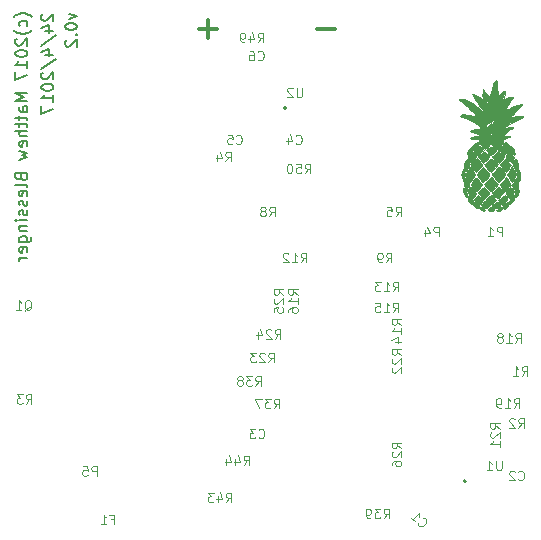
<source format=gbo>
G04 #@! TF.FileFunction,Legend,Bot*
%FSLAX46Y46*%
G04 Gerber Fmt 4.6, Leading zero omitted, Abs format (unit mm)*
G04 Created by KiCad (PCBNEW 4.0.4-stable) date Monday, August 28, 2017 'PMt' 10:13:35 PM*
%MOMM*%
%LPD*%
G01*
G04 APERTURE LIST*
%ADD10C,0.100000*%
%ADD11C,0.150000*%
%ADD12C,0.300000*%
%ADD13C,0.010000*%
%ADD14C,0.120000*%
G04 APERTURE END LIST*
D10*
D11*
X80083333Y-78573810D02*
X80035714Y-78526190D01*
X79892857Y-78430952D01*
X79797619Y-78383333D01*
X79654762Y-78335714D01*
X79416667Y-78288095D01*
X79226190Y-78288095D01*
X78988095Y-78335714D01*
X78845238Y-78383333D01*
X78750000Y-78430952D01*
X78607143Y-78526190D01*
X78559524Y-78573810D01*
X79654762Y-79383334D02*
X79702381Y-79288096D01*
X79702381Y-79097619D01*
X79654762Y-79002381D01*
X79607143Y-78954762D01*
X79511905Y-78907143D01*
X79226190Y-78907143D01*
X79130952Y-78954762D01*
X79083333Y-79002381D01*
X79035714Y-79097619D01*
X79035714Y-79288096D01*
X79083333Y-79383334D01*
X80083333Y-79716667D02*
X80035714Y-79764286D01*
X79892857Y-79859524D01*
X79797619Y-79907143D01*
X79654762Y-79954762D01*
X79416667Y-80002381D01*
X79226190Y-80002381D01*
X78988095Y-79954762D01*
X78845238Y-79907143D01*
X78750000Y-79859524D01*
X78607143Y-79764286D01*
X78559524Y-79716667D01*
X78797619Y-80430953D02*
X78750000Y-80478572D01*
X78702381Y-80573810D01*
X78702381Y-80811906D01*
X78750000Y-80907144D01*
X78797619Y-80954763D01*
X78892857Y-81002382D01*
X78988095Y-81002382D01*
X79130952Y-80954763D01*
X79702381Y-80383334D01*
X79702381Y-81002382D01*
X78702381Y-81621429D02*
X78702381Y-81716668D01*
X78750000Y-81811906D01*
X78797619Y-81859525D01*
X78892857Y-81907144D01*
X79083333Y-81954763D01*
X79321429Y-81954763D01*
X79511905Y-81907144D01*
X79607143Y-81859525D01*
X79654762Y-81811906D01*
X79702381Y-81716668D01*
X79702381Y-81621429D01*
X79654762Y-81526191D01*
X79607143Y-81478572D01*
X79511905Y-81430953D01*
X79321429Y-81383334D01*
X79083333Y-81383334D01*
X78892857Y-81430953D01*
X78797619Y-81478572D01*
X78750000Y-81526191D01*
X78702381Y-81621429D01*
X79702381Y-82907144D02*
X79702381Y-82335715D01*
X79702381Y-82621429D02*
X78702381Y-82621429D01*
X78845238Y-82526191D01*
X78940476Y-82430953D01*
X78988095Y-82335715D01*
X78702381Y-83240477D02*
X78702381Y-83907144D01*
X79702381Y-83478572D01*
X79702381Y-85050001D02*
X78702381Y-85050001D01*
X79416667Y-85383335D01*
X78702381Y-85716668D01*
X79702381Y-85716668D01*
X79702381Y-86621430D02*
X79178571Y-86621430D01*
X79083333Y-86573811D01*
X79035714Y-86478573D01*
X79035714Y-86288096D01*
X79083333Y-86192858D01*
X79654762Y-86621430D02*
X79702381Y-86526192D01*
X79702381Y-86288096D01*
X79654762Y-86192858D01*
X79559524Y-86145239D01*
X79464286Y-86145239D01*
X79369048Y-86192858D01*
X79321429Y-86288096D01*
X79321429Y-86526192D01*
X79273810Y-86621430D01*
X79035714Y-86954763D02*
X79035714Y-87335715D01*
X78702381Y-87097620D02*
X79559524Y-87097620D01*
X79654762Y-87145239D01*
X79702381Y-87240477D01*
X79702381Y-87335715D01*
X79035714Y-87526192D02*
X79035714Y-87907144D01*
X78702381Y-87669049D02*
X79559524Y-87669049D01*
X79654762Y-87716668D01*
X79702381Y-87811906D01*
X79702381Y-87907144D01*
X79702381Y-88240478D02*
X78702381Y-88240478D01*
X79702381Y-88669050D02*
X79178571Y-88669050D01*
X79083333Y-88621431D01*
X79035714Y-88526193D01*
X79035714Y-88383335D01*
X79083333Y-88288097D01*
X79130952Y-88240478D01*
X79654762Y-89526193D02*
X79702381Y-89430955D01*
X79702381Y-89240478D01*
X79654762Y-89145240D01*
X79559524Y-89097621D01*
X79178571Y-89097621D01*
X79083333Y-89145240D01*
X79035714Y-89240478D01*
X79035714Y-89430955D01*
X79083333Y-89526193D01*
X79178571Y-89573812D01*
X79273810Y-89573812D01*
X79369048Y-89097621D01*
X79035714Y-89907145D02*
X79702381Y-90097621D01*
X79226190Y-90288098D01*
X79702381Y-90478574D01*
X79035714Y-90669050D01*
X79178571Y-92145241D02*
X79226190Y-92288098D01*
X79273810Y-92335717D01*
X79369048Y-92383336D01*
X79511905Y-92383336D01*
X79607143Y-92335717D01*
X79654762Y-92288098D01*
X79702381Y-92192860D01*
X79702381Y-91811907D01*
X78702381Y-91811907D01*
X78702381Y-92145241D01*
X78750000Y-92240479D01*
X78797619Y-92288098D01*
X78892857Y-92335717D01*
X78988095Y-92335717D01*
X79083333Y-92288098D01*
X79130952Y-92240479D01*
X79178571Y-92145241D01*
X79178571Y-91811907D01*
X79702381Y-92954764D02*
X79654762Y-92859526D01*
X79559524Y-92811907D01*
X78702381Y-92811907D01*
X79654762Y-93716670D02*
X79702381Y-93621432D01*
X79702381Y-93430955D01*
X79654762Y-93335717D01*
X79559524Y-93288098D01*
X79178571Y-93288098D01*
X79083333Y-93335717D01*
X79035714Y-93430955D01*
X79035714Y-93621432D01*
X79083333Y-93716670D01*
X79178571Y-93764289D01*
X79273810Y-93764289D01*
X79369048Y-93288098D01*
X79654762Y-94145241D02*
X79702381Y-94240479D01*
X79702381Y-94430955D01*
X79654762Y-94526194D01*
X79559524Y-94573813D01*
X79511905Y-94573813D01*
X79416667Y-94526194D01*
X79369048Y-94430955D01*
X79369048Y-94288098D01*
X79321429Y-94192860D01*
X79226190Y-94145241D01*
X79178571Y-94145241D01*
X79083333Y-94192860D01*
X79035714Y-94288098D01*
X79035714Y-94430955D01*
X79083333Y-94526194D01*
X79654762Y-94954765D02*
X79702381Y-95050003D01*
X79702381Y-95240479D01*
X79654762Y-95335718D01*
X79559524Y-95383337D01*
X79511905Y-95383337D01*
X79416667Y-95335718D01*
X79369048Y-95240479D01*
X79369048Y-95097622D01*
X79321429Y-95002384D01*
X79226190Y-94954765D01*
X79178571Y-94954765D01*
X79083333Y-95002384D01*
X79035714Y-95097622D01*
X79035714Y-95240479D01*
X79083333Y-95335718D01*
X79702381Y-95811908D02*
X79035714Y-95811908D01*
X78702381Y-95811908D02*
X78750000Y-95764289D01*
X78797619Y-95811908D01*
X78750000Y-95859527D01*
X78702381Y-95811908D01*
X78797619Y-95811908D01*
X79035714Y-96288098D02*
X79702381Y-96288098D01*
X79130952Y-96288098D02*
X79083333Y-96335717D01*
X79035714Y-96430955D01*
X79035714Y-96573813D01*
X79083333Y-96669051D01*
X79178571Y-96716670D01*
X79702381Y-96716670D01*
X79035714Y-97621432D02*
X79845238Y-97621432D01*
X79940476Y-97573813D01*
X79988095Y-97526194D01*
X80035714Y-97430955D01*
X80035714Y-97288098D01*
X79988095Y-97192860D01*
X79654762Y-97621432D02*
X79702381Y-97526194D01*
X79702381Y-97335717D01*
X79654762Y-97240479D01*
X79607143Y-97192860D01*
X79511905Y-97145241D01*
X79226190Y-97145241D01*
X79130952Y-97192860D01*
X79083333Y-97240479D01*
X79035714Y-97335717D01*
X79035714Y-97526194D01*
X79083333Y-97621432D01*
X79654762Y-98478575D02*
X79702381Y-98383337D01*
X79702381Y-98192860D01*
X79654762Y-98097622D01*
X79559524Y-98050003D01*
X79178571Y-98050003D01*
X79083333Y-98097622D01*
X79035714Y-98192860D01*
X79035714Y-98383337D01*
X79083333Y-98478575D01*
X79178571Y-98526194D01*
X79273810Y-98526194D01*
X79369048Y-98050003D01*
X79702381Y-98954765D02*
X79035714Y-98954765D01*
X79226190Y-98954765D02*
X79130952Y-99002384D01*
X79083333Y-99050003D01*
X79035714Y-99145241D01*
X79035714Y-99240480D01*
X83235714Y-78292857D02*
X83902381Y-78530952D01*
X83235714Y-78769048D01*
X82902381Y-79340476D02*
X82902381Y-79435715D01*
X82950000Y-79530953D01*
X82997619Y-79578572D01*
X83092857Y-79626191D01*
X83283333Y-79673810D01*
X83521429Y-79673810D01*
X83711905Y-79626191D01*
X83807143Y-79578572D01*
X83854762Y-79530953D01*
X83902381Y-79435715D01*
X83902381Y-79340476D01*
X83854762Y-79245238D01*
X83807143Y-79197619D01*
X83711905Y-79150000D01*
X83521429Y-79102381D01*
X83283333Y-79102381D01*
X83092857Y-79150000D01*
X82997619Y-79197619D01*
X82950000Y-79245238D01*
X82902381Y-79340476D01*
X83807143Y-80102381D02*
X83854762Y-80150000D01*
X83902381Y-80102381D01*
X83854762Y-80054762D01*
X83807143Y-80102381D01*
X83902381Y-80102381D01*
X82997619Y-80530952D02*
X82950000Y-80578571D01*
X82902381Y-80673809D01*
X82902381Y-80911905D01*
X82950000Y-81007143D01*
X82997619Y-81054762D01*
X83092857Y-81102381D01*
X83188095Y-81102381D01*
X83330952Y-81054762D01*
X83902381Y-80483333D01*
X83902381Y-81102381D01*
X80997619Y-78340476D02*
X80950000Y-78388095D01*
X80902381Y-78483333D01*
X80902381Y-78721429D01*
X80950000Y-78816667D01*
X80997619Y-78864286D01*
X81092857Y-78911905D01*
X81188095Y-78911905D01*
X81330952Y-78864286D01*
X81902381Y-78292857D01*
X81902381Y-78911905D01*
X81235714Y-79769048D02*
X81902381Y-79769048D01*
X80854762Y-79530952D02*
X81569048Y-79292857D01*
X81569048Y-79911905D01*
X80854762Y-81007143D02*
X82140476Y-80150000D01*
X81235714Y-81769048D02*
X81902381Y-81769048D01*
X80854762Y-81530952D02*
X81569048Y-81292857D01*
X81569048Y-81911905D01*
X80854762Y-83007143D02*
X82140476Y-82150000D01*
X80997619Y-83292857D02*
X80950000Y-83340476D01*
X80902381Y-83435714D01*
X80902381Y-83673810D01*
X80950000Y-83769048D01*
X80997619Y-83816667D01*
X81092857Y-83864286D01*
X81188095Y-83864286D01*
X81330952Y-83816667D01*
X81902381Y-83245238D01*
X81902381Y-83864286D01*
X80902381Y-84483333D02*
X80902381Y-84578572D01*
X80950000Y-84673810D01*
X80997619Y-84721429D01*
X81092857Y-84769048D01*
X81283333Y-84816667D01*
X81521429Y-84816667D01*
X81711905Y-84769048D01*
X81807143Y-84721429D01*
X81854762Y-84673810D01*
X81902381Y-84578572D01*
X81902381Y-84483333D01*
X81854762Y-84388095D01*
X81807143Y-84340476D01*
X81711905Y-84292857D01*
X81521429Y-84245238D01*
X81283333Y-84245238D01*
X81092857Y-84292857D01*
X80997619Y-84340476D01*
X80950000Y-84388095D01*
X80902381Y-84483333D01*
X81902381Y-85769048D02*
X81902381Y-85197619D01*
X81902381Y-85483333D02*
X80902381Y-85483333D01*
X81045238Y-85388095D01*
X81140476Y-85292857D01*
X81188095Y-85197619D01*
X80902381Y-86102381D02*
X80902381Y-86769048D01*
X81902381Y-86340476D01*
D12*
X104238095Y-79642857D02*
X105761905Y-79642857D01*
X94238095Y-79642857D02*
X95761905Y-79642857D01*
X95000000Y-80404762D02*
X95000000Y-78880952D01*
D11*
X116875000Y-117900000D02*
G75*
G03X116875000Y-117900000I-125000J0D01*
G01*
X101625000Y-86300000D02*
G75*
G03X101625000Y-86300000I-125000J0D01*
G01*
D13*
G36*
X118838069Y-94707360D02*
X118778870Y-94763384D01*
X118693778Y-94865119D01*
X118683401Y-94936075D01*
X118701963Y-94966584D01*
X118802591Y-95020182D01*
X118951218Y-95032374D01*
X119103195Y-95003448D01*
X119181591Y-94963494D01*
X119243053Y-94910862D01*
X119243205Y-94862221D01*
X119177810Y-94782475D01*
X119157045Y-94760294D01*
X119041972Y-94658608D01*
X118945939Y-94640880D01*
X118838069Y-94707360D01*
X118838069Y-94707360D01*
G37*
X118838069Y-94707360D02*
X118778870Y-94763384D01*
X118693778Y-94865119D01*
X118683401Y-94936075D01*
X118701963Y-94966584D01*
X118802591Y-95020182D01*
X118951218Y-95032374D01*
X119103195Y-95003448D01*
X119181591Y-94963494D01*
X119243053Y-94910862D01*
X119243205Y-94862221D01*
X119177810Y-94782475D01*
X119157045Y-94760294D01*
X119041972Y-94658608D01*
X118945939Y-94640880D01*
X118838069Y-94707360D01*
G36*
X119778814Y-94680648D02*
X119663767Y-94737908D01*
X119540840Y-94816283D01*
X119444312Y-94894086D01*
X119408285Y-94946700D01*
X119450536Y-94974611D01*
X119554252Y-94982551D01*
X119681593Y-94972039D01*
X119794724Y-94944592D01*
X119826300Y-94929930D01*
X119896079Y-94849853D01*
X119912110Y-94750161D01*
X119870114Y-94675268D01*
X119851700Y-94666186D01*
X119778814Y-94680648D01*
X119778814Y-94680648D01*
G37*
X119778814Y-94680648D02*
X119663767Y-94737908D01*
X119540840Y-94816283D01*
X119444312Y-94894086D01*
X119408285Y-94946700D01*
X119450536Y-94974611D01*
X119554252Y-94982551D01*
X119681593Y-94972039D01*
X119794724Y-94944592D01*
X119826300Y-94929930D01*
X119896079Y-94849853D01*
X119912110Y-94750161D01*
X119870114Y-94675268D01*
X119851700Y-94666186D01*
X119778814Y-94680648D01*
G36*
X118063822Y-94681142D02*
X118054425Y-94690204D01*
X118007337Y-94785786D01*
X118011848Y-94843774D01*
X118082163Y-94916712D01*
X118203627Y-94966665D01*
X118335934Y-94985084D01*
X118438779Y-94963420D01*
X118463907Y-94939651D01*
X118444300Y-94885019D01*
X118362535Y-94798903D01*
X118309797Y-94755674D01*
X118191966Y-94673317D01*
X118119946Y-94651029D01*
X118063822Y-94681142D01*
X118063822Y-94681142D01*
G37*
X118063822Y-94681142D02*
X118054425Y-94690204D01*
X118007337Y-94785786D01*
X118011848Y-94843774D01*
X118082163Y-94916712D01*
X118203627Y-94966665D01*
X118335934Y-94985084D01*
X118438779Y-94963420D01*
X118463907Y-94939651D01*
X118444300Y-94885019D01*
X118362535Y-94798903D01*
X118309797Y-94755674D01*
X118191966Y-94673317D01*
X118119946Y-94651029D01*
X118063822Y-94681142D01*
G36*
X120315450Y-94264117D02*
X120197487Y-94346803D01*
X120189009Y-94353373D01*
X120066732Y-94447629D01*
X119976618Y-94515716D01*
X119954379Y-94531814D01*
X119939142Y-94594374D01*
X119963543Y-94695776D01*
X120010837Y-94790343D01*
X120064278Y-94832398D01*
X120064576Y-94832400D01*
X120129872Y-94801315D01*
X120237532Y-94722604D01*
X120294433Y-94674737D01*
X120426975Y-94531941D01*
X120469952Y-94406683D01*
X120429172Y-94281476D01*
X120426484Y-94277173D01*
X120384057Y-94243386D01*
X120315450Y-94264117D01*
X120315450Y-94264117D01*
G37*
X120315450Y-94264117D02*
X120197487Y-94346803D01*
X120189009Y-94353373D01*
X120066732Y-94447629D01*
X119976618Y-94515716D01*
X119954379Y-94531814D01*
X119939142Y-94594374D01*
X119963543Y-94695776D01*
X120010837Y-94790343D01*
X120064278Y-94832398D01*
X120064576Y-94832400D01*
X120129872Y-94801315D01*
X120237532Y-94722604D01*
X120294433Y-94674737D01*
X120426975Y-94531941D01*
X120469952Y-94406683D01*
X120429172Y-94281476D01*
X120426484Y-94277173D01*
X120384057Y-94243386D01*
X120315450Y-94264117D01*
G36*
X118391959Y-94205364D02*
X118298432Y-94289889D01*
X118246396Y-94341963D01*
X118081661Y-94511926D01*
X118249131Y-94637662D01*
X118398070Y-94745431D01*
X118496153Y-94793943D01*
X118572983Y-94785977D01*
X118658164Y-94724314D01*
X118706243Y-94680586D01*
X118873800Y-94525813D01*
X118674837Y-94348906D01*
X118556902Y-94249098D01*
X118470188Y-94184947D01*
X118443502Y-94172000D01*
X118391959Y-94205364D01*
X118391959Y-94205364D01*
G37*
X118391959Y-94205364D02*
X118298432Y-94289889D01*
X118246396Y-94341963D01*
X118081661Y-94511926D01*
X118249131Y-94637662D01*
X118398070Y-94745431D01*
X118496153Y-94793943D01*
X118572983Y-94785977D01*
X118658164Y-94724314D01*
X118706243Y-94680586D01*
X118873800Y-94525813D01*
X118674837Y-94348906D01*
X118556902Y-94249098D01*
X118470188Y-94184947D01*
X118443502Y-94172000D01*
X118391959Y-94205364D01*
G36*
X117482142Y-94273986D02*
X117470782Y-94337100D01*
X117473748Y-94502897D01*
X117514025Y-94609915D01*
X117594903Y-94689975D01*
X117747248Y-94785372D01*
X117855285Y-94794482D01*
X117928401Y-94717268D01*
X117940740Y-94688673D01*
X117963861Y-94599771D01*
X117941221Y-94526581D01*
X117858185Y-94437265D01*
X117802488Y-94387900D01*
X117643477Y-94267143D01*
X117538063Y-94229381D01*
X117482142Y-94273986D01*
X117482142Y-94273986D01*
G37*
X117482142Y-94273986D02*
X117470782Y-94337100D01*
X117473748Y-94502897D01*
X117514025Y-94609915D01*
X117594903Y-94689975D01*
X117747248Y-94785372D01*
X117855285Y-94794482D01*
X117928401Y-94717268D01*
X117940740Y-94688673D01*
X117963861Y-94599771D01*
X117941221Y-94526581D01*
X117858185Y-94437265D01*
X117802488Y-94387900D01*
X117643477Y-94267143D01*
X117538063Y-94229381D01*
X117482142Y-94273986D01*
G36*
X119435664Y-94248402D02*
X119309608Y-94311669D01*
X119182002Y-94392285D01*
X119085325Y-94469938D01*
X119051600Y-94520576D01*
X119091664Y-94595928D01*
X119186764Y-94683676D01*
X119299267Y-94754568D01*
X119385075Y-94779773D01*
X119490156Y-94747485D01*
X119613305Y-94671400D01*
X119623100Y-94663564D01*
X119716568Y-94567291D01*
X119760646Y-94482905D01*
X119761185Y-94474891D01*
X119719026Y-94350918D01*
X119622710Y-94253986D01*
X119527693Y-94222800D01*
X119435664Y-94248402D01*
X119435664Y-94248402D01*
G37*
X119435664Y-94248402D02*
X119309608Y-94311669D01*
X119182002Y-94392285D01*
X119085325Y-94469938D01*
X119051600Y-94520576D01*
X119091664Y-94595928D01*
X119186764Y-94683676D01*
X119299267Y-94754568D01*
X119385075Y-94779773D01*
X119490156Y-94747485D01*
X119613305Y-94671400D01*
X119623100Y-94663564D01*
X119716568Y-94567291D01*
X119760646Y-94482905D01*
X119761185Y-94474891D01*
X119719026Y-94350918D01*
X119622710Y-94253986D01*
X119527693Y-94222800D01*
X119435664Y-94248402D01*
G36*
X120044570Y-93723341D02*
X119974572Y-93782238D01*
X119840142Y-93893128D01*
X119703725Y-93981387D01*
X119700742Y-93982940D01*
X119562484Y-94054305D01*
X119717837Y-94265552D01*
X119811871Y-94385065D01*
X119883478Y-94461047D01*
X119906895Y-94475529D01*
X119959178Y-94442620D01*
X120059812Y-94358729D01*
X120156439Y-94270551D01*
X120276116Y-94153941D01*
X120333370Y-94075975D01*
X120340085Y-94006012D01*
X120308148Y-93913410D01*
X120301323Y-93897023D01*
X120221965Y-93745674D01*
X120141473Y-93689568D01*
X120044570Y-93723341D01*
X120044570Y-93723341D01*
G37*
X120044570Y-93723341D02*
X119974572Y-93782238D01*
X119840142Y-93893128D01*
X119703725Y-93981387D01*
X119700742Y-93982940D01*
X119562484Y-94054305D01*
X119717837Y-94265552D01*
X119811871Y-94385065D01*
X119883478Y-94461047D01*
X119906895Y-94475529D01*
X119959178Y-94442620D01*
X120059812Y-94358729D01*
X120156439Y-94270551D01*
X120276116Y-94153941D01*
X120333370Y-94075975D01*
X120340085Y-94006012D01*
X120308148Y-93913410D01*
X120301323Y-93897023D01*
X120221965Y-93745674D01*
X120141473Y-93689568D01*
X120044570Y-93723341D01*
G36*
X118913972Y-93699051D02*
X118803449Y-93782276D01*
X118701424Y-93869942D01*
X118578703Y-93983749D01*
X118521443Y-94054405D01*
X118519471Y-94106598D01*
X118562613Y-94165016D01*
X118574424Y-94178142D01*
X118690330Y-94289042D01*
X118801489Y-94377867D01*
X118896362Y-94437209D01*
X118968921Y-94439770D01*
X119070770Y-94385881D01*
X119080889Y-94379658D01*
X119217836Y-94279966D01*
X119327346Y-94177978D01*
X119380152Y-94112175D01*
X119388775Y-94058343D01*
X119344464Y-93988955D01*
X119238468Y-93876487D01*
X119228136Y-93865905D01*
X119110386Y-93754782D01*
X119015860Y-93682351D01*
X118977791Y-93666083D01*
X118913972Y-93699051D01*
X118913972Y-93699051D01*
G37*
X118913972Y-93699051D02*
X118803449Y-93782276D01*
X118701424Y-93869942D01*
X118578703Y-93983749D01*
X118521443Y-94054405D01*
X118519471Y-94106598D01*
X118562613Y-94165016D01*
X118574424Y-94178142D01*
X118690330Y-94289042D01*
X118801489Y-94377867D01*
X118896362Y-94437209D01*
X118968921Y-94439770D01*
X119070770Y-94385881D01*
X119080889Y-94379658D01*
X119217836Y-94279966D01*
X119327346Y-94177978D01*
X119380152Y-94112175D01*
X119388775Y-94058343D01*
X119344464Y-93988955D01*
X119238468Y-93876487D01*
X119228136Y-93865905D01*
X119110386Y-93754782D01*
X119015860Y-93682351D01*
X118977791Y-93666083D01*
X118913972Y-93699051D01*
G36*
X117775330Y-93703346D02*
X117697213Y-93803628D01*
X117648981Y-93876102D01*
X117515087Y-94088204D01*
X117686444Y-94232941D01*
X117844902Y-94362200D01*
X117950676Y-94427056D01*
X118026794Y-94430853D01*
X118096283Y-94376939D01*
X118157351Y-94301367D01*
X118239214Y-94183187D01*
X118285639Y-94095127D01*
X118289600Y-94077747D01*
X118253506Y-94020269D01*
X118163570Y-93926387D01*
X118047310Y-93820552D01*
X117932245Y-93727211D01*
X117845895Y-93670813D01*
X117823894Y-93664000D01*
X117775330Y-93703346D01*
X117775330Y-93703346D01*
G37*
X117775330Y-93703346D02*
X117697213Y-93803628D01*
X117648981Y-93876102D01*
X117515087Y-94088204D01*
X117686444Y-94232941D01*
X117844902Y-94362200D01*
X117950676Y-94427056D01*
X118026794Y-94430853D01*
X118096283Y-94376939D01*
X118157351Y-94301367D01*
X118239214Y-94183187D01*
X118285639Y-94095127D01*
X118289600Y-94077747D01*
X118253506Y-94020269D01*
X118163570Y-93926387D01*
X118047310Y-93820552D01*
X117932245Y-93727211D01*
X117845895Y-93670813D01*
X117823894Y-93664000D01*
X117775330Y-93703346D01*
G36*
X120832212Y-93690411D02*
X120829358Y-93702100D01*
X120797564Y-93758657D01*
X120716851Y-93860181D01*
X120659499Y-93924859D01*
X120552203Y-94058952D01*
X120510275Y-94169853D01*
X120513107Y-94267759D01*
X120538724Y-94382431D01*
X120581139Y-94415851D01*
X120657181Y-94368710D01*
X120749701Y-94277461D01*
X120827013Y-94165198D01*
X120888086Y-94020916D01*
X120926716Y-93872342D01*
X120936696Y-93747201D01*
X120911822Y-93673218D01*
X120887007Y-93664000D01*
X120832212Y-93690411D01*
X120832212Y-93690411D01*
G37*
X120832212Y-93690411D02*
X120829358Y-93702100D01*
X120797564Y-93758657D01*
X120716851Y-93860181D01*
X120659499Y-93924859D01*
X120552203Y-94058952D01*
X120510275Y-94169853D01*
X120513107Y-94267759D01*
X120538724Y-94382431D01*
X120581139Y-94415851D01*
X120657181Y-94368710D01*
X120749701Y-94277461D01*
X120827013Y-94165198D01*
X120888086Y-94020916D01*
X120926716Y-93872342D01*
X120936696Y-93747201D01*
X120911822Y-93673218D01*
X120887007Y-93664000D01*
X120832212Y-93690411D01*
G36*
X117017461Y-93796627D02*
X116990099Y-93972158D01*
X117050902Y-94144190D01*
X117161812Y-94286300D01*
X117266940Y-94388997D01*
X117334068Y-94422208D01*
X117387173Y-94396948D01*
X117392134Y-94392133D01*
X117433373Y-94284877D01*
X117409780Y-94133714D01*
X117328824Y-93966116D01*
X117247355Y-93859574D01*
X117068709Y-93661834D01*
X117017461Y-93796627D01*
X117017461Y-93796627D01*
G37*
X117017461Y-93796627D02*
X116990099Y-93972158D01*
X117050902Y-94144190D01*
X117161812Y-94286300D01*
X117266940Y-94388997D01*
X117334068Y-94422208D01*
X117387173Y-94396948D01*
X117392134Y-94392133D01*
X117433373Y-94284877D01*
X117409780Y-94133714D01*
X117328824Y-93966116D01*
X117247355Y-93859574D01*
X117068709Y-93661834D01*
X117017461Y-93796627D01*
G36*
X120626117Y-93060987D02*
X120482440Y-93188119D01*
X120439169Y-93234093D01*
X120213281Y-93480116D01*
X120300688Y-93673950D01*
X120386524Y-93842889D01*
X120461277Y-93919240D01*
X120543987Y-93907444D01*
X120653691Y-93811947D01*
X120696011Y-93766204D01*
X120815181Y-93618668D01*
X120869264Y-93491503D01*
X120870192Y-93340877D01*
X120847777Y-93208783D01*
X120801492Y-93071771D01*
X120730036Y-93022355D01*
X120626117Y-93060987D01*
X120626117Y-93060987D01*
G37*
X120626117Y-93060987D02*
X120482440Y-93188119D01*
X120439169Y-93234093D01*
X120213281Y-93480116D01*
X120300688Y-93673950D01*
X120386524Y-93842889D01*
X120461277Y-93919240D01*
X120543987Y-93907444D01*
X120653691Y-93811947D01*
X120696011Y-93766204D01*
X120815181Y-93618668D01*
X120869264Y-93491503D01*
X120870192Y-93340877D01*
X120847777Y-93208783D01*
X120801492Y-93071771D01*
X120730036Y-93022355D01*
X120626117Y-93060987D01*
G36*
X118259478Y-93040638D02*
X118150218Y-93136344D01*
X118063061Y-93233002D01*
X117875083Y-93462404D01*
X118087072Y-93715602D01*
X118205462Y-93846113D01*
X118305809Y-93937533D01*
X118362368Y-93968800D01*
X118432643Y-93933551D01*
X118533792Y-93845038D01*
X118573538Y-93802755D01*
X118716273Y-93641928D01*
X118797478Y-93534885D01*
X118820141Y-93456928D01*
X118787248Y-93383354D01*
X118701787Y-93289465D01*
X118642840Y-93229794D01*
X118512706Y-93110335D01*
X118398750Y-93028359D01*
X118335943Y-93003600D01*
X118259478Y-93040638D01*
X118259478Y-93040638D01*
G37*
X118259478Y-93040638D02*
X118150218Y-93136344D01*
X118063061Y-93233002D01*
X117875083Y-93462404D01*
X118087072Y-93715602D01*
X118205462Y-93846113D01*
X118305809Y-93937533D01*
X118362368Y-93968800D01*
X118432643Y-93933551D01*
X118533792Y-93845038D01*
X118573538Y-93802755D01*
X118716273Y-93641928D01*
X118797478Y-93534885D01*
X118820141Y-93456928D01*
X118787248Y-93383354D01*
X118701787Y-93289465D01*
X118642840Y-93229794D01*
X118512706Y-93110335D01*
X118398750Y-93028359D01*
X118335943Y-93003600D01*
X118259478Y-93040638D01*
G36*
X119411381Y-93177282D02*
X119280819Y-93297135D01*
X119172342Y-93381146D01*
X119113356Y-93410000D01*
X119060197Y-93427887D01*
X119070186Y-93488365D01*
X119147473Y-93601657D01*
X119233359Y-93705656D01*
X119383664Y-93855553D01*
X119511855Y-93914430D01*
X119634618Y-93881109D01*
X119768641Y-93754413D01*
X119839848Y-93662845D01*
X120027148Y-93407691D01*
X119837399Y-93176128D01*
X119647651Y-92944565D01*
X119411381Y-93177282D01*
X119411381Y-93177282D01*
G37*
X119411381Y-93177282D02*
X119280819Y-93297135D01*
X119172342Y-93381146D01*
X119113356Y-93410000D01*
X119060197Y-93427887D01*
X119070186Y-93488365D01*
X119147473Y-93601657D01*
X119233359Y-93705656D01*
X119383664Y-93855553D01*
X119511855Y-93914430D01*
X119634618Y-93881109D01*
X119768641Y-93754413D01*
X119839848Y-93662845D01*
X120027148Y-93407691D01*
X119837399Y-93176128D01*
X119647651Y-92944565D01*
X119411381Y-93177282D01*
G36*
X117190934Y-92996344D02*
X117138782Y-93108249D01*
X117100471Y-93207529D01*
X117049486Y-93362741D01*
X117036537Y-93460107D01*
X117060133Y-93535376D01*
X117085125Y-93575829D01*
X117186860Y-93709947D01*
X117295578Y-93827580D01*
X117386218Y-93903282D01*
X117422137Y-93918000D01*
X117478922Y-93879987D01*
X117539836Y-93803700D01*
X117629239Y-93645871D01*
X117654241Y-93519756D01*
X117611267Y-93393832D01*
X117496739Y-93236575D01*
X117472163Y-93207144D01*
X117357973Y-93077218D01*
X117268556Y-92985550D01*
X117224884Y-92952800D01*
X117190934Y-92996344D01*
X117190934Y-92996344D01*
G37*
X117190934Y-92996344D02*
X117138782Y-93108249D01*
X117100471Y-93207529D01*
X117049486Y-93362741D01*
X117036537Y-93460107D01*
X117060133Y-93535376D01*
X117085125Y-93575829D01*
X117186860Y-93709947D01*
X117295578Y-93827580D01*
X117386218Y-93903282D01*
X117422137Y-93918000D01*
X117478922Y-93879987D01*
X117539836Y-93803700D01*
X117629239Y-93645871D01*
X117654241Y-93519756D01*
X117611267Y-93393832D01*
X117496739Y-93236575D01*
X117472163Y-93207144D01*
X117357973Y-93077218D01*
X117268556Y-92985550D01*
X117224884Y-92952800D01*
X117190934Y-92996344D01*
G36*
X121219639Y-93112325D02*
X121161395Y-93213245D01*
X121115139Y-93308400D01*
X121032257Y-93511914D01*
X120988653Y-93679123D01*
X120983332Y-93797415D01*
X121015304Y-93854174D01*
X121083575Y-93836785D01*
X121151812Y-93774426D01*
X121220204Y-93651219D01*
X121272094Y-93474573D01*
X121298130Y-93290223D01*
X121288962Y-93143902D01*
X121283981Y-93128087D01*
X121256921Y-93087763D01*
X121219639Y-93112325D01*
X121219639Y-93112325D01*
G37*
X121219639Y-93112325D02*
X121161395Y-93213245D01*
X121115139Y-93308400D01*
X121032257Y-93511914D01*
X120988653Y-93679123D01*
X120983332Y-93797415D01*
X121015304Y-93854174D01*
X121083575Y-93836785D01*
X121151812Y-93774426D01*
X121220204Y-93651219D01*
X121272094Y-93474573D01*
X121298130Y-93290223D01*
X121288962Y-93143902D01*
X121283981Y-93128087D01*
X121256921Y-93087763D01*
X121219639Y-93112325D01*
G36*
X116618047Y-93096281D02*
X116606175Y-93204697D01*
X116625139Y-93353800D01*
X116669212Y-93517745D01*
X116732665Y-93670688D01*
X116809771Y-93786782D01*
X116833931Y-93809920D01*
X116887862Y-93844170D01*
X116911698Y-93814392D01*
X116916957Y-93702953D01*
X116916885Y-93682920D01*
X116898389Y-93534170D01*
X116852230Y-93367366D01*
X116790193Y-93212087D01*
X116724061Y-93097910D01*
X116666484Y-93054400D01*
X116618047Y-93096281D01*
X116618047Y-93096281D01*
G37*
X116618047Y-93096281D02*
X116606175Y-93204697D01*
X116625139Y-93353800D01*
X116669212Y-93517745D01*
X116732665Y-93670688D01*
X116809771Y-93786782D01*
X116833931Y-93809920D01*
X116887862Y-93844170D01*
X116911698Y-93814392D01*
X116916957Y-93702953D01*
X116916885Y-93682920D01*
X116898389Y-93534170D01*
X116852230Y-93367366D01*
X116790193Y-93212087D01*
X116724061Y-93097910D01*
X116666484Y-93054400D01*
X116618047Y-93096281D01*
G36*
X118923562Y-92177287D02*
X118823631Y-92274110D01*
X118703437Y-92410369D01*
X118696000Y-92419400D01*
X118573727Y-92557617D01*
X118468430Y-92657446D01*
X118401932Y-92698325D01*
X118399852Y-92698454D01*
X118394405Y-92731751D01*
X118442977Y-92817685D01*
X118528916Y-92935903D01*
X118635564Y-93066053D01*
X118746268Y-93187782D01*
X118844372Y-93280738D01*
X118911934Y-93324218D01*
X118992844Y-93306047D01*
X119114522Y-93212048D01*
X119273387Y-93048562D01*
X119545906Y-92747419D01*
X119369819Y-92558009D01*
X119249414Y-92422212D01*
X119147729Y-92296940D01*
X119116824Y-92254300D01*
X119040364Y-92169371D01*
X118982258Y-92140345D01*
X118923562Y-92177287D01*
X118923562Y-92177287D01*
G37*
X118923562Y-92177287D02*
X118823631Y-92274110D01*
X118703437Y-92410369D01*
X118696000Y-92419400D01*
X118573727Y-92557617D01*
X118468430Y-92657446D01*
X118401932Y-92698325D01*
X118399852Y-92698454D01*
X118394405Y-92731751D01*
X118442977Y-92817685D01*
X118528916Y-92935903D01*
X118635564Y-93066053D01*
X118746268Y-93187782D01*
X118844372Y-93280738D01*
X118911934Y-93324218D01*
X118992844Y-93306047D01*
X119114522Y-93212048D01*
X119273387Y-93048562D01*
X119545906Y-92747419D01*
X119369819Y-92558009D01*
X119249414Y-92422212D01*
X119147729Y-92296940D01*
X119116824Y-92254300D01*
X119040364Y-92169371D01*
X118982258Y-92140345D01*
X118923562Y-92177287D01*
G36*
X120778002Y-92771778D02*
X120858485Y-93014091D01*
X120924547Y-93189190D01*
X120980481Y-93274095D01*
X121035495Y-93278354D01*
X121076758Y-93240444D01*
X121164177Y-93093417D01*
X121239082Y-92898518D01*
X121282500Y-92709267D01*
X121286800Y-92648000D01*
X121266461Y-92495264D01*
X121216624Y-92325328D01*
X121207920Y-92303549D01*
X121129040Y-92114762D01*
X120778002Y-92771778D01*
X120778002Y-92771778D01*
G37*
X120778002Y-92771778D02*
X120858485Y-93014091D01*
X120924547Y-93189190D01*
X120980481Y-93274095D01*
X121035495Y-93278354D01*
X121076758Y-93240444D01*
X121164177Y-93093417D01*
X121239082Y-92898518D01*
X121282500Y-92709267D01*
X121286800Y-92648000D01*
X121266461Y-92495264D01*
X121216624Y-92325328D01*
X121207920Y-92303549D01*
X121129040Y-92114762D01*
X120778002Y-92771778D01*
G36*
X120230151Y-92172258D02*
X120174943Y-92231678D01*
X120129894Y-92288758D01*
X120003768Y-92440349D01*
X119872926Y-92587638D01*
X119853610Y-92608256D01*
X119715819Y-92753596D01*
X119893271Y-93030998D01*
X120020274Y-93207182D01*
X120127936Y-93290953D01*
X120233226Y-93282628D01*
X120353114Y-93182522D01*
X120467099Y-93041700D01*
X120666949Y-92775000D01*
X120518663Y-92521000D01*
X120405330Y-92327301D01*
X120329818Y-92210794D01*
X120276600Y-92162205D01*
X120230151Y-92172258D01*
X120230151Y-92172258D01*
G37*
X120230151Y-92172258D02*
X120174943Y-92231678D01*
X120129894Y-92288758D01*
X120003768Y-92440349D01*
X119872926Y-92587638D01*
X119853610Y-92608256D01*
X119715819Y-92753596D01*
X119893271Y-93030998D01*
X120020274Y-93207182D01*
X120127936Y-93290953D01*
X120233226Y-93282628D01*
X120353114Y-93182522D01*
X120467099Y-93041700D01*
X120666949Y-92775000D01*
X120518663Y-92521000D01*
X120405330Y-92327301D01*
X120329818Y-92210794D01*
X120276600Y-92162205D01*
X120230151Y-92172258D01*
G36*
X117628884Y-92230550D02*
X117549291Y-92326582D01*
X117546889Y-92330500D01*
X117453499Y-92478486D01*
X117364106Y-92612998D01*
X117301440Y-92716676D01*
X117298065Y-92791923D01*
X117351814Y-92891214D01*
X117352565Y-92892398D01*
X117463387Y-93046238D01*
X117584185Y-93182233D01*
X117692266Y-93277191D01*
X117759601Y-93308400D01*
X117818171Y-93270450D01*
X117915203Y-93170610D01*
X118030427Y-93029894D01*
X118038473Y-93019291D01*
X118142767Y-92868832D01*
X118199503Y-92760341D01*
X118199657Y-92711206D01*
X118198590Y-92710796D01*
X118139369Y-92661934D01*
X118044825Y-92554843D01*
X117956688Y-92441104D01*
X117848472Y-92308427D01*
X117753752Y-92217676D01*
X117702245Y-92190800D01*
X117628884Y-92230550D01*
X117628884Y-92230550D01*
G37*
X117628884Y-92230550D02*
X117549291Y-92326582D01*
X117546889Y-92330500D01*
X117453499Y-92478486D01*
X117364106Y-92612998D01*
X117301440Y-92716676D01*
X117298065Y-92791923D01*
X117351814Y-92891214D01*
X117352565Y-92892398D01*
X117463387Y-93046238D01*
X117584185Y-93182233D01*
X117692266Y-93277191D01*
X117759601Y-93308400D01*
X117818171Y-93270450D01*
X117915203Y-93170610D01*
X118030427Y-93029894D01*
X118038473Y-93019291D01*
X118142767Y-92868832D01*
X118199503Y-92760341D01*
X118199657Y-92711206D01*
X118198590Y-92710796D01*
X118139369Y-92661934D01*
X118044825Y-92554843D01*
X117956688Y-92441104D01*
X117848472Y-92308427D01*
X117753752Y-92217676D01*
X117702245Y-92190800D01*
X117628884Y-92230550D01*
G36*
X116777752Y-92185073D02*
X116735603Y-92299425D01*
X116695340Y-92451756D01*
X116665087Y-92610766D01*
X116652965Y-92745153D01*
X116653127Y-92758553D01*
X116677540Y-92865334D01*
X116735158Y-93004916D01*
X116809366Y-93146043D01*
X116883554Y-93257460D01*
X116941106Y-93307911D01*
X116945379Y-93308400D01*
X116980854Y-93267111D01*
X117014386Y-93194100D01*
X117085943Y-92967857D01*
X117102130Y-92785198D01*
X117061609Y-92603668D01*
X116990566Y-92437196D01*
X116912867Y-92284990D01*
X116848703Y-92177820D01*
X116813662Y-92140000D01*
X116777752Y-92185073D01*
X116777752Y-92185073D01*
G37*
X116777752Y-92185073D02*
X116735603Y-92299425D01*
X116695340Y-92451756D01*
X116665087Y-92610766D01*
X116652965Y-92745153D01*
X116653127Y-92758553D01*
X116677540Y-92865334D01*
X116735158Y-93004916D01*
X116809366Y-93146043D01*
X116883554Y-93257460D01*
X116941106Y-93307911D01*
X116945379Y-93308400D01*
X116980854Y-93267111D01*
X117014386Y-93194100D01*
X117085943Y-92967857D01*
X117102130Y-92785198D01*
X117061609Y-92603668D01*
X116990566Y-92437196D01*
X116912867Y-92284990D01*
X116848703Y-92177820D01*
X116813662Y-92140000D01*
X116777752Y-92185073D01*
G36*
X120681742Y-91268157D02*
X120618624Y-91378814D01*
X120551650Y-91516107D01*
X120473605Y-91673769D01*
X120404163Y-91792130D01*
X120364162Y-91840291D01*
X120357021Y-91898524D01*
X120394013Y-92013880D01*
X120461218Y-92160101D01*
X120544717Y-92310927D01*
X120630592Y-92440099D01*
X120704923Y-92521359D01*
X120732776Y-92535704D01*
X120800756Y-92504933D01*
X120882715Y-92385217D01*
X120948676Y-92250146D01*
X121018263Y-92088965D01*
X121066984Y-91964423D01*
X121083600Y-91907056D01*
X121061473Y-91837939D01*
X121004867Y-91714828D01*
X120928442Y-91565121D01*
X120846861Y-91416217D01*
X120774786Y-91295512D01*
X120726879Y-91230405D01*
X120719024Y-91225787D01*
X120681742Y-91268157D01*
X120681742Y-91268157D01*
G37*
X120681742Y-91268157D02*
X120618624Y-91378814D01*
X120551650Y-91516107D01*
X120473605Y-91673769D01*
X120404163Y-91792130D01*
X120364162Y-91840291D01*
X120357021Y-91898524D01*
X120394013Y-92013880D01*
X120461218Y-92160101D01*
X120544717Y-92310927D01*
X120630592Y-92440099D01*
X120704923Y-92521359D01*
X120732776Y-92535704D01*
X120800756Y-92504933D01*
X120882715Y-92385217D01*
X120948676Y-92250146D01*
X121018263Y-92088965D01*
X121066984Y-91964423D01*
X121083600Y-91907056D01*
X121061473Y-91837939D01*
X121004867Y-91714828D01*
X120928442Y-91565121D01*
X120846861Y-91416217D01*
X120774786Y-91295512D01*
X120726879Y-91230405D01*
X120719024Y-91225787D01*
X120681742Y-91268157D01*
G36*
X119609812Y-91312394D02*
X119513189Y-91407149D01*
X119392391Y-91540826D01*
X119382107Y-91552815D01*
X119237156Y-91706751D01*
X119127558Y-91790471D01*
X119073379Y-91801380D01*
X119019012Y-91789705D01*
X119010527Y-91819474D01*
X119052725Y-91900729D01*
X119150405Y-92043511D01*
X119261785Y-92195428D01*
X119422945Y-92398845D01*
X119549288Y-92514740D01*
X119656842Y-92543552D01*
X119761637Y-92485720D01*
X119879703Y-92341683D01*
X119963217Y-92214642D01*
X120172741Y-91882884D01*
X119939402Y-91579642D01*
X119821860Y-91433950D01*
X119724840Y-91326532D01*
X119666718Y-91277487D01*
X119662159Y-91276400D01*
X119609812Y-91312394D01*
X119609812Y-91312394D01*
G37*
X119609812Y-91312394D02*
X119513189Y-91407149D01*
X119392391Y-91540826D01*
X119382107Y-91552815D01*
X119237156Y-91706751D01*
X119127558Y-91790471D01*
X119073379Y-91801380D01*
X119019012Y-91789705D01*
X119010527Y-91819474D01*
X119052725Y-91900729D01*
X119150405Y-92043511D01*
X119261785Y-92195428D01*
X119422945Y-92398845D01*
X119549288Y-92514740D01*
X119656842Y-92543552D01*
X119761637Y-92485720D01*
X119879703Y-92341683D01*
X119963217Y-92214642D01*
X120172741Y-91882884D01*
X119939402Y-91579642D01*
X119821860Y-91433950D01*
X119724840Y-91326532D01*
X119666718Y-91277487D01*
X119662159Y-91276400D01*
X119609812Y-91312394D01*
G36*
X118128390Y-91454200D02*
X118007447Y-91596189D01*
X117894462Y-91722637D01*
X117854487Y-91764879D01*
X117749059Y-91872359D01*
X117967721Y-92209379D01*
X118110717Y-92409279D01*
X118222833Y-92521792D01*
X118282689Y-92546400D01*
X118367224Y-92505490D01*
X118485286Y-92393868D01*
X118589838Y-92267138D01*
X118699825Y-92117075D01*
X118784382Y-91993590D01*
X118824785Y-91924238D01*
X118804082Y-91859371D01*
X118727722Y-91743456D01*
X118610712Y-91598442D01*
X118572877Y-91555800D01*
X118296867Y-91251000D01*
X118128390Y-91454200D01*
X118128390Y-91454200D01*
G37*
X118128390Y-91454200D02*
X118007447Y-91596189D01*
X117894462Y-91722637D01*
X117854487Y-91764879D01*
X117749059Y-91872359D01*
X117967721Y-92209379D01*
X118110717Y-92409279D01*
X118222833Y-92521792D01*
X118282689Y-92546400D01*
X118367224Y-92505490D01*
X118485286Y-92393868D01*
X118589838Y-92267138D01*
X118699825Y-92117075D01*
X118784382Y-91993590D01*
X118824785Y-91924238D01*
X118804082Y-91859371D01*
X118727722Y-91743456D01*
X118610712Y-91598442D01*
X118572877Y-91555800D01*
X118296867Y-91251000D01*
X118128390Y-91454200D01*
G36*
X117179017Y-91317805D02*
X117104877Y-91423084D01*
X117020519Y-91563826D01*
X116942087Y-91711623D01*
X116885724Y-91838067D01*
X116867200Y-91909181D01*
X116886967Y-92001095D01*
X116937125Y-92138109D01*
X117003959Y-92290510D01*
X117073754Y-92428587D01*
X117132796Y-92522628D01*
X117161332Y-92546400D01*
X117227097Y-92511734D01*
X117282964Y-92457500D01*
X117368669Y-92339507D01*
X117455548Y-92192513D01*
X117530418Y-92043385D01*
X117580095Y-91918990D01*
X117591396Y-91846196D01*
X117586435Y-91839046D01*
X117540368Y-91780666D01*
X117468294Y-91659912D01*
X117406407Y-91543100D01*
X117327295Y-91400250D01*
X117260177Y-91303461D01*
X117226794Y-91276400D01*
X117179017Y-91317805D01*
X117179017Y-91317805D01*
G37*
X117179017Y-91317805D02*
X117104877Y-91423084D01*
X117020519Y-91563826D01*
X116942087Y-91711623D01*
X116885724Y-91838067D01*
X116867200Y-91909181D01*
X116886967Y-92001095D01*
X116937125Y-92138109D01*
X117003959Y-92290510D01*
X117073754Y-92428587D01*
X117132796Y-92522628D01*
X117161332Y-92546400D01*
X117227097Y-92511734D01*
X117282964Y-92457500D01*
X117368669Y-92339507D01*
X117455548Y-92192513D01*
X117530418Y-92043385D01*
X117580095Y-91918990D01*
X117591396Y-91846196D01*
X117586435Y-91839046D01*
X117540368Y-91780666D01*
X117468294Y-91659912D01*
X117406407Y-91543100D01*
X117327295Y-91400250D01*
X117260177Y-91303461D01*
X117226794Y-91276400D01*
X117179017Y-91317805D01*
G36*
X121237557Y-91575941D02*
X121203353Y-91694525D01*
X121190141Y-91859085D01*
X121199733Y-92042558D01*
X121233943Y-92217881D01*
X121242934Y-92246719D01*
X121303783Y-92402642D01*
X121351564Y-92460604D01*
X121390372Y-92422784D01*
X121414903Y-92338182D01*
X121443663Y-92128430D01*
X121443590Y-91919247D01*
X121418329Y-91734390D01*
X121371526Y-91597618D01*
X121306827Y-91532686D01*
X121290938Y-91530400D01*
X121237557Y-91575941D01*
X121237557Y-91575941D01*
G37*
X121237557Y-91575941D02*
X121203353Y-91694525D01*
X121190141Y-91859085D01*
X121199733Y-92042558D01*
X121233943Y-92217881D01*
X121242934Y-92246719D01*
X121303783Y-92402642D01*
X121351564Y-92460604D01*
X121390372Y-92422784D01*
X121414903Y-92338182D01*
X121443663Y-92128430D01*
X121443590Y-91919247D01*
X121418329Y-91734390D01*
X121371526Y-91597618D01*
X121306827Y-91532686D01*
X121290938Y-91530400D01*
X121237557Y-91575941D01*
G36*
X116565972Y-91524258D02*
X116519235Y-91635493D01*
X116480742Y-91779192D01*
X116461408Y-91921243D01*
X116460800Y-91946012D01*
X116475947Y-92062310D01*
X116513508Y-92204001D01*
X116561665Y-92336734D01*
X116608600Y-92426159D01*
X116632407Y-92444800D01*
X116654898Y-92399520D01*
X116688099Y-92282235D01*
X116716549Y-92156975D01*
X116748493Y-91953240D01*
X116743081Y-91796516D01*
X116712020Y-91674375D01*
X116663300Y-91552190D01*
X116619979Y-91484438D01*
X116610039Y-91479600D01*
X116565972Y-91524258D01*
X116565972Y-91524258D01*
G37*
X116565972Y-91524258D02*
X116519235Y-91635493D01*
X116480742Y-91779192D01*
X116461408Y-91921243D01*
X116460800Y-91946012D01*
X116475947Y-92062310D01*
X116513508Y-92204001D01*
X116561665Y-92336734D01*
X116608600Y-92426159D01*
X116632407Y-92444800D01*
X116654898Y-92399520D01*
X116688099Y-92282235D01*
X116716549Y-92156975D01*
X116748493Y-91953240D01*
X116743081Y-91796516D01*
X116712020Y-91674375D01*
X116663300Y-91552190D01*
X116619979Y-91484438D01*
X116610039Y-91479600D01*
X116565972Y-91524258D01*
G36*
X120959737Y-90614441D02*
X120900598Y-90718901D01*
X120861899Y-90813735D01*
X120812321Y-90962192D01*
X120798511Y-91066640D01*
X120822348Y-91173274D01*
X120882546Y-91320928D01*
X120978030Y-91521984D01*
X121054631Y-91629031D01*
X121119521Y-91646264D01*
X121179868Y-91577877D01*
X121210595Y-91512847D01*
X121262398Y-91343138D01*
X121285839Y-91175776D01*
X121285965Y-91163731D01*
X121262376Y-91029132D01*
X121203734Y-90869265D01*
X121126567Y-90718406D01*
X121047402Y-90610833D01*
X121005021Y-90581056D01*
X120959737Y-90614441D01*
X120959737Y-90614441D01*
G37*
X120959737Y-90614441D02*
X120900598Y-90718901D01*
X120861899Y-90813735D01*
X120812321Y-90962192D01*
X120798511Y-91066640D01*
X120822348Y-91173274D01*
X120882546Y-91320928D01*
X120978030Y-91521984D01*
X121054631Y-91629031D01*
X121119521Y-91646264D01*
X121179868Y-91577877D01*
X121210595Y-91512847D01*
X121262398Y-91343138D01*
X121285839Y-91175776D01*
X121285965Y-91163731D01*
X121262376Y-91029132D01*
X121203734Y-90869265D01*
X121126567Y-90718406D01*
X121047402Y-90610833D01*
X121005021Y-90581056D01*
X120959737Y-90614441D01*
G36*
X120128454Y-90602863D02*
X120033459Y-90699895D01*
X119959234Y-90791263D01*
X119854533Y-90918933D01*
X119766557Y-91007626D01*
X119728467Y-91032563D01*
X119727781Y-91074374D01*
X119779734Y-91168891D01*
X119867467Y-91294705D01*
X119974125Y-91430407D01*
X120082851Y-91554589D01*
X120176787Y-91645841D01*
X120239078Y-91682755D01*
X120240449Y-91682800D01*
X120330171Y-91645999D01*
X120356472Y-91619300D01*
X120406258Y-91538928D01*
X120480113Y-91405302D01*
X120522875Y-91323604D01*
X120641966Y-91091409D01*
X120445540Y-90828304D01*
X120335607Y-90692545D01*
X120242279Y-90597530D01*
X120189690Y-90565200D01*
X120128454Y-90602863D01*
X120128454Y-90602863D01*
G37*
X120128454Y-90602863D02*
X120033459Y-90699895D01*
X119959234Y-90791263D01*
X119854533Y-90918933D01*
X119766557Y-91007626D01*
X119728467Y-91032563D01*
X119727781Y-91074374D01*
X119779734Y-91168891D01*
X119867467Y-91294705D01*
X119974125Y-91430407D01*
X120082851Y-91554589D01*
X120176787Y-91645841D01*
X120239078Y-91682755D01*
X120240449Y-91682800D01*
X120330171Y-91645999D01*
X120356472Y-91619300D01*
X120406258Y-91538928D01*
X120480113Y-91405302D01*
X120522875Y-91323604D01*
X120641966Y-91091409D01*
X120445540Y-90828304D01*
X120335607Y-90692545D01*
X120242279Y-90597530D01*
X120189690Y-90565200D01*
X120128454Y-90602863D01*
G36*
X118910181Y-90598974D02*
X118806466Y-90686953D01*
X118696000Y-90793800D01*
X118568633Y-90913484D01*
X118461633Y-90996236D01*
X118405167Y-91022400D01*
X118403394Y-91058478D01*
X118456018Y-91154714D01*
X118552517Y-91293109D01*
X118598181Y-91352600D01*
X118741927Y-91520946D01*
X118863760Y-91635955D01*
X118947443Y-91682487D01*
X118952331Y-91682800D01*
X119031524Y-91644054D01*
X119149512Y-91539403D01*
X119286896Y-91386228D01*
X119296492Y-91374442D01*
X119545995Y-91066084D01*
X119281189Y-90815642D01*
X119144588Y-90692370D01*
X119033569Y-90602960D01*
X118970634Y-90565422D01*
X118968369Y-90565200D01*
X118910181Y-90598974D01*
X118910181Y-90598974D01*
G37*
X118910181Y-90598974D02*
X118806466Y-90686953D01*
X118696000Y-90793800D01*
X118568633Y-90913484D01*
X118461633Y-90996236D01*
X118405167Y-91022400D01*
X118403394Y-91058478D01*
X118456018Y-91154714D01*
X118552517Y-91293109D01*
X118598181Y-91352600D01*
X118741927Y-91520946D01*
X118863760Y-91635955D01*
X118947443Y-91682487D01*
X118952331Y-91682800D01*
X119031524Y-91644054D01*
X119149512Y-91539403D01*
X119286896Y-91386228D01*
X119296492Y-91374442D01*
X119545995Y-91066084D01*
X119281189Y-90815642D01*
X119144588Y-90692370D01*
X119033569Y-90602960D01*
X118970634Y-90565422D01*
X118968369Y-90565200D01*
X118910181Y-90598974D01*
G36*
X117528094Y-90807706D02*
X117272766Y-91075612D01*
X117380702Y-91290306D01*
X117507208Y-91513684D01*
X117616768Y-91641113D01*
X117715248Y-91675647D01*
X117808510Y-91620344D01*
X117865778Y-91543100D01*
X117959309Y-91411589D01*
X118077737Y-91268375D01*
X118098319Y-91245724D01*
X118244339Y-91088048D01*
X118142282Y-90966324D01*
X118037729Y-90841826D01*
X117920874Y-90702944D01*
X117911823Y-90692200D01*
X117783421Y-90539800D01*
X117528094Y-90807706D01*
X117528094Y-90807706D01*
G37*
X117528094Y-90807706D02*
X117272766Y-91075612D01*
X117380702Y-91290306D01*
X117507208Y-91513684D01*
X117616768Y-91641113D01*
X117715248Y-91675647D01*
X117808510Y-91620344D01*
X117865778Y-91543100D01*
X117959309Y-91411589D01*
X118077737Y-91268375D01*
X118098319Y-91245724D01*
X118244339Y-91088048D01*
X118142282Y-90966324D01*
X118037729Y-90841826D01*
X117920874Y-90702944D01*
X117911823Y-90692200D01*
X117783421Y-90539800D01*
X117528094Y-90807706D01*
G36*
X116898862Y-90608662D02*
X116819440Y-90718200D01*
X116743875Y-90862538D01*
X116688633Y-91010401D01*
X116670011Y-91126730D01*
X116691456Y-91362895D01*
X116734306Y-91527316D01*
X116794058Y-91611470D01*
X116866212Y-91606833D01*
X116904229Y-91570191D01*
X116957486Y-91487500D01*
X117032052Y-91353330D01*
X117067672Y-91284421D01*
X117130964Y-91150353D01*
X117152645Y-91053809D01*
X117134837Y-90948476D01*
X117089185Y-90814521D01*
X117032826Y-90674224D01*
X116985152Y-90583788D01*
X116965674Y-90565200D01*
X116898862Y-90608662D01*
X116898862Y-90608662D01*
G37*
X116898862Y-90608662D02*
X116819440Y-90718200D01*
X116743875Y-90862538D01*
X116688633Y-91010401D01*
X116670011Y-91126730D01*
X116691456Y-91362895D01*
X116734306Y-91527316D01*
X116794058Y-91611470D01*
X116866212Y-91606833D01*
X116904229Y-91570191D01*
X116957486Y-91487500D01*
X117032052Y-91353330D01*
X117067672Y-91284421D01*
X117130964Y-91150353D01*
X117152645Y-91053809D01*
X117134837Y-90948476D01*
X117089185Y-90814521D01*
X117032826Y-90674224D01*
X116985152Y-90583788D01*
X116965674Y-90565200D01*
X116898862Y-90608662D01*
G36*
X120424360Y-90059210D02*
X120337782Y-90197075D01*
X120267696Y-90285800D01*
X120222714Y-90342908D01*
X120214762Y-90395981D01*
X120252573Y-90468339D01*
X120344880Y-90583303D01*
X120405617Y-90654100D01*
X120546308Y-90810442D01*
X120640589Y-90894254D01*
X120702690Y-90914529D01*
X120746837Y-90880258D01*
X120751665Y-90872807D01*
X120786128Y-90797681D01*
X120836263Y-90668164D01*
X120853394Y-90620553D01*
X120925462Y-90416291D01*
X120489016Y-89934221D01*
X120424360Y-90059210D01*
X120424360Y-90059210D01*
G37*
X120424360Y-90059210D02*
X120337782Y-90197075D01*
X120267696Y-90285800D01*
X120222714Y-90342908D01*
X120214762Y-90395981D01*
X120252573Y-90468339D01*
X120344880Y-90583303D01*
X120405617Y-90654100D01*
X120546308Y-90810442D01*
X120640589Y-90894254D01*
X120702690Y-90914529D01*
X120746837Y-90880258D01*
X120751665Y-90872807D01*
X120786128Y-90797681D01*
X120836263Y-90668164D01*
X120853394Y-90620553D01*
X120925462Y-90416291D01*
X120489016Y-89934221D01*
X120424360Y-90059210D01*
G36*
X119340867Y-90155128D02*
X119217899Y-90258763D01*
X119123964Y-90320116D01*
X119084773Y-90327438D01*
X119052745Y-90325817D01*
X119051600Y-90335356D01*
X119086012Y-90408917D01*
X119174032Y-90523990D01*
X119292841Y-90656631D01*
X119419620Y-90782897D01*
X119531548Y-90878843D01*
X119605807Y-90920526D01*
X119609563Y-90920800D01*
X119690290Y-90880585D01*
X119800034Y-90773929D01*
X119885035Y-90666682D01*
X119980743Y-90530392D01*
X120046844Y-90430393D01*
X120067600Y-90392012D01*
X120031765Y-90351477D01*
X119938113Y-90265654D01*
X119815695Y-90160553D01*
X119563789Y-89949646D01*
X119340867Y-90155128D01*
X119340867Y-90155128D01*
G37*
X119340867Y-90155128D02*
X119217899Y-90258763D01*
X119123964Y-90320116D01*
X119084773Y-90327438D01*
X119052745Y-90325817D01*
X119051600Y-90335356D01*
X119086012Y-90408917D01*
X119174032Y-90523990D01*
X119292841Y-90656631D01*
X119419620Y-90782897D01*
X119531548Y-90878843D01*
X119605807Y-90920526D01*
X119609563Y-90920800D01*
X119690290Y-90880585D01*
X119800034Y-90773929D01*
X119885035Y-90666682D01*
X119980743Y-90530392D01*
X120046844Y-90430393D01*
X120067600Y-90392012D01*
X120031765Y-90351477D01*
X119938113Y-90265654D01*
X119815695Y-90160553D01*
X119563789Y-89949646D01*
X119340867Y-90155128D01*
G36*
X118294321Y-90039525D02*
X118166856Y-90124674D01*
X118077406Y-90200662D01*
X117869146Y-90394925D01*
X117961752Y-90543562D01*
X118090359Y-90727604D01*
X118209921Y-90858316D01*
X118304259Y-90918659D01*
X118319903Y-90920800D01*
X118384096Y-90884699D01*
X118487562Y-90790767D01*
X118590120Y-90679500D01*
X118698806Y-90543811D01*
X118773838Y-90433158D01*
X118797273Y-90378607D01*
X118759016Y-90293990D01*
X118664605Y-90186698D01*
X118545629Y-90085273D01*
X118433681Y-90018259D01*
X118385326Y-90006400D01*
X118294321Y-90039525D01*
X118294321Y-90039525D01*
G37*
X118294321Y-90039525D02*
X118166856Y-90124674D01*
X118077406Y-90200662D01*
X117869146Y-90394925D01*
X117961752Y-90543562D01*
X118090359Y-90727604D01*
X118209921Y-90858316D01*
X118304259Y-90918659D01*
X118319903Y-90920800D01*
X118384096Y-90884699D01*
X118487562Y-90790767D01*
X118590120Y-90679500D01*
X118698806Y-90543811D01*
X118773838Y-90433158D01*
X118797273Y-90378607D01*
X118759016Y-90293990D01*
X118664605Y-90186698D01*
X118545629Y-90085273D01*
X118433681Y-90018259D01*
X118385326Y-90006400D01*
X118294321Y-90039525D01*
G36*
X117429787Y-90006749D02*
X117334348Y-90078338D01*
X117234044Y-90172743D01*
X117116710Y-90296732D01*
X117058946Y-90382654D01*
X117048172Y-90463972D01*
X117071805Y-90574152D01*
X117076555Y-90591632D01*
X117145292Y-90785503D01*
X117220738Y-90897414D01*
X117272948Y-90920800D01*
X117321050Y-90883667D01*
X117410355Y-90786479D01*
X117517662Y-90655134D01*
X117724668Y-90389469D01*
X117618004Y-90210634D01*
X117542987Y-90088571D01*
X117487844Y-90005361D01*
X117479041Y-89993910D01*
X117429787Y-90006749D01*
X117429787Y-90006749D01*
G37*
X117429787Y-90006749D02*
X117334348Y-90078338D01*
X117234044Y-90172743D01*
X117116710Y-90296732D01*
X117058946Y-90382654D01*
X117048172Y-90463972D01*
X117071805Y-90574152D01*
X117076555Y-90591632D01*
X117145292Y-90785503D01*
X117220738Y-90897414D01*
X117272948Y-90920800D01*
X117321050Y-90883667D01*
X117410355Y-90786479D01*
X117517662Y-90655134D01*
X117724668Y-90389469D01*
X117618004Y-90210634D01*
X117542987Y-90088571D01*
X117487844Y-90005361D01*
X117479041Y-89993910D01*
X117429787Y-90006749D01*
G36*
X120540566Y-89668096D02*
X120515956Y-89775748D01*
X120529970Y-89862370D01*
X120594347Y-89964541D01*
X120663053Y-90049755D01*
X120788410Y-90189752D01*
X120871022Y-90248660D01*
X120923834Y-90230368D01*
X120959767Y-90138871D01*
X120952646Y-89980048D01*
X120870698Y-89798452D01*
X120726971Y-89622302D01*
X120716152Y-89612041D01*
X120593051Y-89497083D01*
X120540566Y-89668096D01*
X120540566Y-89668096D01*
G37*
X120540566Y-89668096D02*
X120515956Y-89775748D01*
X120529970Y-89862370D01*
X120594347Y-89964541D01*
X120663053Y-90049755D01*
X120788410Y-90189752D01*
X120871022Y-90248660D01*
X120923834Y-90230368D01*
X120959767Y-90138871D01*
X120952646Y-89980048D01*
X120870698Y-89798452D01*
X120726971Y-89622302D01*
X120716152Y-89612041D01*
X120593051Y-89497083D01*
X120540566Y-89668096D01*
G36*
X119761189Y-89671612D02*
X119564293Y-89849496D01*
X119797699Y-90054948D01*
X119932041Y-90164098D01*
X120043523Y-90238605D01*
X120098321Y-90260400D01*
X120165934Y-90221542D01*
X120256004Y-90123919D01*
X120290458Y-90076563D01*
X120361865Y-89951926D01*
X120393290Y-89856539D01*
X120391352Y-89835263D01*
X120337999Y-89774282D01*
X120229684Y-89684427D01*
X120162704Y-89635764D01*
X119958084Y-89493729D01*
X119761189Y-89671612D01*
X119761189Y-89671612D01*
G37*
X119761189Y-89671612D02*
X119564293Y-89849496D01*
X119797699Y-90054948D01*
X119932041Y-90164098D01*
X120043523Y-90238605D01*
X120098321Y-90260400D01*
X120165934Y-90221542D01*
X120256004Y-90123919D01*
X120290458Y-90076563D01*
X120361865Y-89951926D01*
X120393290Y-89856539D01*
X120391352Y-89835263D01*
X120337999Y-89774282D01*
X120229684Y-89684427D01*
X120162704Y-89635764D01*
X119958084Y-89493729D01*
X119761189Y-89671612D01*
G36*
X118762357Y-89634726D02*
X118687107Y-89694748D01*
X118524210Y-89840296D01*
X118690574Y-90050348D01*
X118829520Y-90197170D01*
X118948646Y-90253143D01*
X119062064Y-90223184D01*
X119102400Y-90193826D01*
X119187988Y-90112922D01*
X119293491Y-90001485D01*
X119302077Y-89991900D01*
X119425554Y-89853315D01*
X119279873Y-89701257D01*
X119112893Y-89578282D01*
X118941658Y-89556119D01*
X118762357Y-89634726D01*
X118762357Y-89634726D01*
G37*
X118762357Y-89634726D02*
X118687107Y-89694748D01*
X118524210Y-89840296D01*
X118690574Y-90050348D01*
X118829520Y-90197170D01*
X118948646Y-90253143D01*
X119062064Y-90223184D01*
X119102400Y-90193826D01*
X119187988Y-90112922D01*
X119293491Y-90001485D01*
X119302077Y-89991900D01*
X119425554Y-89853315D01*
X119279873Y-89701257D01*
X119112893Y-89578282D01*
X118941658Y-89556119D01*
X118762357Y-89634726D01*
G36*
X117527823Y-89858483D02*
X117630344Y-90059441D01*
X117718733Y-90193269D01*
X117805191Y-90257764D01*
X117822856Y-90260400D01*
X117904995Y-90225980D01*
X118025140Y-90136845D01*
X118127032Y-90042161D01*
X118341217Y-89823922D01*
X118171979Y-89659889D01*
X118002741Y-89495857D01*
X117527823Y-89858483D01*
X117527823Y-89858483D01*
G37*
X117527823Y-89858483D02*
X117630344Y-90059441D01*
X117718733Y-90193269D01*
X117805191Y-90257764D01*
X117822856Y-90260400D01*
X117904995Y-90225980D01*
X118025140Y-90136845D01*
X118127032Y-90042161D01*
X118341217Y-89823922D01*
X118171979Y-89659889D01*
X118002741Y-89495857D01*
X117527823Y-89858483D01*
G36*
X117706972Y-89214945D02*
X117588787Y-89292469D01*
X117492067Y-89381744D01*
X117451425Y-89447523D01*
X117380465Y-89542816D01*
X117321768Y-89575435D01*
X117205828Y-89646981D01*
X117100614Y-89769603D01*
X117018629Y-89916810D01*
X116972378Y-90062110D01*
X116974365Y-90179012D01*
X117012515Y-90230620D01*
X117069922Y-90213239D01*
X117169450Y-90139350D01*
X117241115Y-90072752D01*
X117364323Y-89922510D01*
X117423315Y-89790207D01*
X117426000Y-89763113D01*
X117435383Y-89678845D01*
X117475231Y-89680973D01*
X117501640Y-89701134D01*
X117561433Y-89727589D01*
X117637015Y-89700177D01*
X117753690Y-89608950D01*
X117768072Y-89596390D01*
X117904462Y-89440163D01*
X117942788Y-89298504D01*
X117882527Y-89174458D01*
X117815320Y-89168998D01*
X117706972Y-89214945D01*
X117706972Y-89214945D01*
G37*
X117706972Y-89214945D02*
X117588787Y-89292469D01*
X117492067Y-89381744D01*
X117451425Y-89447523D01*
X117380465Y-89542816D01*
X117321768Y-89575435D01*
X117205828Y-89646981D01*
X117100614Y-89769603D01*
X117018629Y-89916810D01*
X116972378Y-90062110D01*
X116974365Y-90179012D01*
X117012515Y-90230620D01*
X117069922Y-90213239D01*
X117169450Y-90139350D01*
X117241115Y-90072752D01*
X117364323Y-89922510D01*
X117423315Y-89790207D01*
X117426000Y-89763113D01*
X117435383Y-89678845D01*
X117475231Y-89680973D01*
X117501640Y-89701134D01*
X117561433Y-89727589D01*
X117637015Y-89700177D01*
X117753690Y-89608950D01*
X117768072Y-89596390D01*
X117904462Y-89440163D01*
X117942788Y-89298504D01*
X117882527Y-89174458D01*
X117815320Y-89168998D01*
X117706972Y-89214945D01*
G36*
X120038643Y-89268099D02*
X119983716Y-89367104D01*
X119989940Y-89433013D01*
X120032097Y-89487001D01*
X120131747Y-89574095D01*
X120262883Y-89663698D01*
X120267528Y-89666451D01*
X120423471Y-89758303D01*
X120478093Y-89615651D01*
X120506638Y-89488688D01*
X120470477Y-89386917D01*
X120356852Y-89285226D01*
X120286638Y-89238810D01*
X120124676Y-89136796D01*
X120038643Y-89268099D01*
X120038643Y-89268099D01*
G37*
X120038643Y-89268099D02*
X119983716Y-89367104D01*
X119989940Y-89433013D01*
X120032097Y-89487001D01*
X120131747Y-89574095D01*
X120262883Y-89663698D01*
X120267528Y-89666451D01*
X120423471Y-89758303D01*
X120478093Y-89615651D01*
X120506638Y-89488688D01*
X120470477Y-89386917D01*
X120356852Y-89285226D01*
X120286638Y-89238810D01*
X120124676Y-89136796D01*
X120038643Y-89268099D01*
G36*
X119350363Y-89215326D02*
X119226404Y-89267763D01*
X119115480Y-89331802D01*
X119054643Y-89388329D01*
X119051600Y-89399250D01*
X119089897Y-89453290D01*
X119184797Y-89537957D01*
X119306319Y-89630725D01*
X119424478Y-89709069D01*
X119509292Y-89750464D01*
X119521668Y-89752400D01*
X119594334Y-89714586D01*
X119687427Y-89620792D01*
X119710301Y-89591433D01*
X119829309Y-89430466D01*
X119691622Y-89312033D01*
X119569783Y-89231299D01*
X119458202Y-89193912D01*
X119450306Y-89193600D01*
X119350363Y-89215326D01*
X119350363Y-89215326D01*
G37*
X119350363Y-89215326D02*
X119226404Y-89267763D01*
X119115480Y-89331802D01*
X119054643Y-89388329D01*
X119051600Y-89399250D01*
X119089897Y-89453290D01*
X119184797Y-89537957D01*
X119306319Y-89630725D01*
X119424478Y-89709069D01*
X119509292Y-89750464D01*
X119521668Y-89752400D01*
X119594334Y-89714586D01*
X119687427Y-89620792D01*
X119710301Y-89591433D01*
X119829309Y-89430466D01*
X119691622Y-89312033D01*
X119569783Y-89231299D01*
X119458202Y-89193912D01*
X119450306Y-89193600D01*
X119350363Y-89215326D01*
G36*
X118331945Y-89261941D02*
X118202044Y-89363302D01*
X118157095Y-89448816D01*
X118190096Y-89545842D01*
X118241118Y-89616808D01*
X118340102Y-89717228D01*
X118435675Y-89742102D01*
X118550365Y-89689512D01*
X118683339Y-89579151D01*
X118792821Y-89474641D01*
X118836290Y-89409735D01*
X118823668Y-89356535D01*
X118780903Y-89304816D01*
X118638399Y-89197177D01*
X118486701Y-89187725D01*
X118331945Y-89261941D01*
X118331945Y-89261941D01*
G37*
X118331945Y-89261941D02*
X118202044Y-89363302D01*
X118157095Y-89448816D01*
X118190096Y-89545842D01*
X118241118Y-89616808D01*
X118340102Y-89717228D01*
X118435675Y-89742102D01*
X118550365Y-89689512D01*
X118683339Y-89579151D01*
X118792821Y-89474641D01*
X118836290Y-89409735D01*
X118823668Y-89356535D01*
X118780903Y-89304816D01*
X118638399Y-89197177D01*
X118486701Y-89187725D01*
X118331945Y-89261941D01*
G36*
X119302318Y-83965692D02*
X119225872Y-84119525D01*
X119129906Y-84370821D01*
X119017307Y-84701107D01*
X118924115Y-84979749D01*
X118856258Y-85172096D01*
X118808572Y-85288767D01*
X118775897Y-85340383D01*
X118753070Y-85337564D01*
X118734929Y-85290929D01*
X118733407Y-85285168D01*
X118675576Y-85164113D01*
X118568778Y-85015015D01*
X118478866Y-84914541D01*
X118264200Y-84697800D01*
X118248967Y-85050019D01*
X118243492Y-85237923D01*
X118254339Y-85358611D01*
X118292195Y-85446310D01*
X118367746Y-85535249D01*
X118415509Y-85583419D01*
X118527586Y-85687156D01*
X118594823Y-85722767D01*
X118637980Y-85699712D01*
X118645864Y-85688400D01*
X118684475Y-85642806D01*
X118695046Y-85692287D01*
X118695223Y-85704489D01*
X118724762Y-85799850D01*
X118798162Y-85930848D01*
X118835164Y-85983889D01*
X118886060Y-86057955D01*
X118881960Y-86071923D01*
X118817498Y-86022447D01*
X118687305Y-85906182D01*
X118638256Y-85861124D01*
X118443277Y-85693541D01*
X118229811Y-85530142D01*
X118012451Y-85379633D01*
X117805791Y-85250722D01*
X117624422Y-85152115D01*
X117482938Y-85092519D01*
X117395932Y-85080641D01*
X117375200Y-85107539D01*
X117404164Y-85189312D01*
X117493174Y-85334793D01*
X117645405Y-85548948D01*
X117729130Y-85660793D01*
X117863919Y-85850676D01*
X117986084Y-86043182D01*
X118071169Y-86199539D01*
X118076810Y-86211950D01*
X118180376Y-86380757D01*
X118354139Y-86568430D01*
X118558273Y-86746434D01*
X118724327Y-86880107D01*
X118859818Y-86985403D01*
X118946514Y-87048356D01*
X118967682Y-87060000D01*
X119000222Y-87018486D01*
X119016583Y-86971100D01*
X119033290Y-86952656D01*
X119044620Y-87021392D01*
X119045708Y-87043671D01*
X119073666Y-87183202D01*
X119129460Y-87283002D01*
X119179784Y-87359944D01*
X119153459Y-87446517D01*
X119142531Y-87464606D01*
X119111621Y-87588002D01*
X119158879Y-87691882D01*
X119266158Y-87742069D01*
X119290212Y-87742770D01*
X119357154Y-87754377D01*
X119352355Y-87813992D01*
X119336227Y-87850536D01*
X119301006Y-87912467D01*
X119265560Y-87913850D01*
X119209314Y-87844856D01*
X119156419Y-87764665D01*
X119061484Y-87646348D01*
X118970041Y-87576248D01*
X118938968Y-87568000D01*
X118859270Y-87606658D01*
X118755275Y-87705331D01*
X118695968Y-87779307D01*
X118542898Y-87990614D01*
X118575439Y-87827908D01*
X118581013Y-87687927D01*
X118519814Y-87567306D01*
X118486890Y-87527701D01*
X118365800Y-87390200D01*
X118504968Y-87512855D01*
X118602494Y-87590002D01*
X118666002Y-87602214D01*
X118733093Y-87556620D01*
X118733568Y-87556199D01*
X118849774Y-87483577D01*
X118924600Y-87458425D01*
X119015877Y-87402089D01*
X119040707Y-87299169D01*
X118999740Y-87187000D01*
X118086400Y-87187000D01*
X118061000Y-87212400D01*
X118035600Y-87187000D01*
X118061000Y-87161600D01*
X118086400Y-87187000D01*
X118999740Y-87187000D01*
X118997617Y-87181190D01*
X118957001Y-87136200D01*
X117984800Y-87136200D01*
X117959400Y-87161600D01*
X117934000Y-87136200D01*
X117959400Y-87110800D01*
X117984800Y-87136200D01*
X118957001Y-87136200D01*
X118940512Y-87117936D01*
X118549143Y-86788101D01*
X118223708Y-86517141D01*
X117953478Y-86297257D01*
X117727724Y-86120650D01*
X117535717Y-85979521D01*
X117366728Y-85866070D01*
X117210028Y-85772500D01*
X117054889Y-85691010D01*
X116890582Y-85613801D01*
X116840784Y-85591583D01*
X116645260Y-85523302D01*
X116460444Y-85489773D01*
X116313542Y-85493431D01*
X116231763Y-85536710D01*
X116231543Y-85537064D01*
X116251440Y-85588122D01*
X116341295Y-85648528D01*
X116368244Y-85660887D01*
X116456857Y-85719179D01*
X116601382Y-85837829D01*
X116787349Y-86003920D01*
X117000291Y-86204535D01*
X117222800Y-86423795D01*
X117458696Y-86663255D01*
X117627117Y-86839114D01*
X117733739Y-86958278D01*
X117784237Y-87027656D01*
X117784286Y-87054156D01*
X117739563Y-87044685D01*
X117729669Y-87040724D01*
X117590294Y-86995460D01*
X117385984Y-86943529D01*
X117149937Y-86891781D01*
X116915351Y-86847063D01*
X116715425Y-86816226D01*
X116591898Y-86806000D01*
X116485709Y-86827508D01*
X116383794Y-86878392D01*
X116317945Y-86938187D01*
X116316390Y-86983323D01*
X116385361Y-87012763D01*
X116508232Y-87039507D01*
X116519511Y-87041206D01*
X116755042Y-87104303D01*
X117034158Y-87223349D01*
X117329066Y-87381988D01*
X117611971Y-87563866D01*
X117855082Y-87752627D01*
X118028425Y-87929145D01*
X118148249Y-88080708D01*
X118012628Y-88046670D01*
X117887404Y-88034966D01*
X117732616Y-88048021D01*
X117567323Y-88079711D01*
X117410588Y-88123913D01*
X117281469Y-88174501D01*
X117199028Y-88225352D01*
X117182325Y-88270342D01*
X117229779Y-88298197D01*
X117318652Y-88323132D01*
X117461635Y-88362339D01*
X117527600Y-88380244D01*
X117679965Y-88428917D01*
X117795537Y-88478953D01*
X117822363Y-88496075D01*
X117914427Y-88541360D01*
X118053840Y-88581923D01*
X118076363Y-88586587D01*
X118163044Y-88605992D01*
X118172071Y-88618092D01*
X118095348Y-88625359D01*
X117934000Y-88630073D01*
X117600070Y-88668919D01*
X117375200Y-88747848D01*
X117146600Y-88858664D01*
X117324400Y-88873702D01*
X117592436Y-88899077D01*
X117803386Y-88924468D01*
X117944722Y-88947972D01*
X118003915Y-88967684D01*
X117997500Y-88976015D01*
X117942114Y-89040881D01*
X117944875Y-89147441D01*
X118003695Y-89255568D01*
X118012520Y-89264861D01*
X118067149Y-89305288D01*
X118132567Y-89305394D01*
X118237703Y-89260057D01*
X118333452Y-89208036D01*
X118575865Y-89072692D01*
X118767395Y-89218779D01*
X118889973Y-89305073D01*
X118970156Y-89333110D01*
X119041983Y-89311569D01*
X119068763Y-89295623D01*
X119241987Y-89190517D01*
X119361224Y-89137811D01*
X119456999Y-89133518D01*
X119559843Y-89173651D01*
X119643122Y-89220604D01*
X119786903Y-89302842D01*
X119869220Y-89336201D01*
X119916419Y-89322908D01*
X119954848Y-89265190D01*
X119964213Y-89247739D01*
X120012835Y-89106194D01*
X119993729Y-89006088D01*
X119953300Y-88976420D01*
X119967088Y-88952864D01*
X120060148Y-88910269D01*
X120213852Y-88856748D01*
X120262967Y-88841586D01*
X120436481Y-88786133D01*
X120561260Y-88740080D01*
X120615356Y-88711711D01*
X120615482Y-88708548D01*
X120536188Y-88678474D01*
X120453793Y-88665635D01*
X119610400Y-88665635D01*
X119568918Y-88683393D01*
X119534200Y-88685600D01*
X119466585Y-88659014D01*
X119458000Y-88636394D01*
X119495237Y-88608443D01*
X119534200Y-88616429D01*
X119601041Y-88652486D01*
X119610400Y-88665635D01*
X120453793Y-88665635D01*
X120373854Y-88653179D01*
X120147017Y-88635263D01*
X120067600Y-88631656D01*
X119939516Y-88622514D01*
X119887206Y-88609483D01*
X119913230Y-88597542D01*
X120015130Y-88552128D01*
X120156759Y-88456964D01*
X120291047Y-88346843D01*
X120445870Y-88215895D01*
X120593608Y-88104512D01*
X120686718Y-88045678D01*
X120806131Y-87969613D01*
X120834665Y-87915632D01*
X120780863Y-87884897D01*
X120653269Y-87878566D01*
X120460424Y-87897801D01*
X120210873Y-87943760D01*
X120108443Y-87967156D01*
X119822675Y-88046188D01*
X119626641Y-88127956D01*
X119508571Y-88219672D01*
X119456697Y-88328545D01*
X119452108Y-88369271D01*
X119442232Y-88445789D01*
X119424857Y-88425721D01*
X119422983Y-88418900D01*
X119375408Y-88344166D01*
X119285008Y-88345494D01*
X119142154Y-88423972D01*
X119097213Y-88455703D01*
X118865362Y-88602744D01*
X118681378Y-88669373D01*
X118572330Y-88669423D01*
X118520029Y-88653859D01*
X118563953Y-88644384D01*
X118607100Y-88641718D01*
X118717820Y-88612504D01*
X118736883Y-88541374D01*
X118664489Y-88429829D01*
X118566242Y-88334392D01*
X118460093Y-88234806D01*
X118422736Y-88172050D01*
X118443071Y-88120180D01*
X118464642Y-88096901D01*
X118524917Y-88045649D01*
X118542768Y-88073284D01*
X118543600Y-88105676D01*
X118573017Y-88199774D01*
X118646285Y-88326139D01*
X118673028Y-88363098D01*
X118802456Y-88532787D01*
X119015928Y-88424784D01*
X119152694Y-88345503D01*
X119249864Y-88270877D01*
X119270623Y-88246122D01*
X119330712Y-88199825D01*
X119360013Y-88205232D01*
X119428614Y-88197321D01*
X119531100Y-88138121D01*
X119541323Y-88130273D01*
X119679810Y-88047996D01*
X119851005Y-87979081D01*
X119883732Y-87969551D01*
X120031063Y-87912822D01*
X120220891Y-87816520D01*
X120413572Y-87700864D01*
X120424225Y-87693839D01*
X120628971Y-87568014D01*
X120845345Y-87450659D01*
X121023635Y-87368412D01*
X121214841Y-87288600D01*
X120220000Y-87288600D01*
X120194600Y-87314000D01*
X120169200Y-87288600D01*
X120194600Y-87263200D01*
X120220000Y-87288600D01*
X121214841Y-87288600D01*
X121326427Y-87242023D01*
X121530996Y-87140282D01*
X121637246Y-87063246D01*
X121645084Y-87010970D01*
X121637385Y-87005025D01*
X121505746Y-86965320D01*
X121308797Y-86957012D01*
X121077001Y-86977586D01*
X120840822Y-87024528D01*
X120651800Y-87086370D01*
X120458190Y-87164415D01*
X120352850Y-87201793D01*
X120331189Y-87199066D01*
X120347582Y-87187000D01*
X119356400Y-87187000D01*
X119331000Y-87212400D01*
X119305600Y-87187000D01*
X119331000Y-87161600D01*
X119356400Y-87187000D01*
X120347582Y-87187000D01*
X120388619Y-87156796D01*
X120464678Y-87109302D01*
X120567766Y-87032611D01*
X120707589Y-86909802D01*
X120870554Y-86755103D01*
X120895879Y-86729800D01*
X119737400Y-86729800D01*
X119588196Y-86894900D01*
X119479850Y-87010315D01*
X119423552Y-87056914D01*
X119407203Y-87044671D01*
X119407200Y-87044104D01*
X119441210Y-87003734D01*
X119526908Y-86920641D01*
X119572300Y-86879004D01*
X119737400Y-86729800D01*
X120895879Y-86729800D01*
X120946724Y-86679000D01*
X119864400Y-86679000D01*
X119839000Y-86704400D01*
X119813600Y-86679000D01*
X119839000Y-86653600D01*
X119864400Y-86679000D01*
X120946724Y-86679000D01*
X121043069Y-86582740D01*
X121048186Y-86577400D01*
X120016800Y-86577400D01*
X119991400Y-86602800D01*
X119966000Y-86577400D01*
X119991400Y-86552000D01*
X120016800Y-86577400D01*
X121048186Y-86577400D01*
X121211543Y-86406940D01*
X121362383Y-86241930D01*
X121481997Y-86101937D01*
X121556793Y-86001186D01*
X121573178Y-85953906D01*
X121570009Y-85952357D01*
X121490126Y-85963039D01*
X121339460Y-86005942D01*
X121140405Y-86072776D01*
X120915352Y-86155253D01*
X120686694Y-86245085D01*
X120476823Y-86333982D01*
X120308133Y-86413656D01*
X120271929Y-86432853D01*
X120044458Y-86557782D01*
X120149408Y-86440591D01*
X120241674Y-86310181D01*
X119236547Y-86310181D01*
X119211406Y-86364029D01*
X119199198Y-86384589D01*
X119147576Y-86464208D01*
X119127048Y-86486189D01*
X119101080Y-86440149D01*
X119043431Y-86340871D01*
X119033210Y-86323400D01*
X118976467Y-86224769D01*
X118972615Y-86206481D01*
X119023123Y-86261249D01*
X119041521Y-86282204D01*
X119123707Y-86354589D01*
X119186692Y-86346582D01*
X119202911Y-86333004D01*
X119236547Y-86310181D01*
X120241674Y-86310181D01*
X120243491Y-86307614D01*
X120321162Y-86154389D01*
X120351781Y-86095185D01*
X119403873Y-86095185D01*
X119391258Y-86121492D01*
X119362880Y-86158300D01*
X119288732Y-86237277D01*
X119255635Y-86236934D01*
X119254800Y-86228020D01*
X119289516Y-86185615D01*
X119343700Y-86139120D01*
X119403873Y-86095185D01*
X120351781Y-86095185D01*
X120387392Y-86026331D01*
X120494530Y-85858399D01*
X120608783Y-85701010D01*
X120661947Y-85629856D01*
X119940600Y-85629856D01*
X119815263Y-85722628D01*
X119682046Y-85826844D01*
X119561263Y-85928094D01*
X119456194Y-86016152D01*
X119419485Y-86033770D01*
X119446447Y-85981122D01*
X119480520Y-85931096D01*
X119543628Y-85806495D01*
X119565493Y-85715196D01*
X119573448Y-85649496D01*
X119589337Y-85681560D01*
X119594618Y-85701100D01*
X119619131Y-85769275D01*
X119661574Y-85781715D01*
X119750923Y-85739650D01*
X119802688Y-85709928D01*
X119940600Y-85629856D01*
X120661947Y-85629856D01*
X120718028Y-85554798D01*
X120796980Y-85438590D01*
X120829480Y-85376262D01*
X120829600Y-85374720D01*
X120787786Y-85335391D01*
X120673003Y-85342025D01*
X120501244Y-85391507D01*
X120290534Y-85479756D01*
X119980068Y-85626633D01*
X120074634Y-85322790D01*
X120140117Y-85091311D01*
X120164916Y-84939916D01*
X120149115Y-84855631D01*
X120092802Y-84825480D01*
X120077910Y-84824800D01*
X119990572Y-84860984D01*
X119872125Y-84951326D01*
X119750631Y-85068509D01*
X119654150Y-85185216D01*
X119610745Y-85274131D01*
X119610400Y-85279908D01*
X119596182Y-85327914D01*
X119584438Y-85323770D01*
X119571038Y-85266088D01*
X119552960Y-85126966D01*
X119532431Y-84926328D01*
X119511675Y-84684100D01*
X119508661Y-84645166D01*
X119479709Y-84317387D01*
X119447939Y-84085170D01*
X119410011Y-83948894D01*
X119362584Y-83908942D01*
X119302318Y-83965692D01*
X119302318Y-83965692D01*
G37*
X119302318Y-83965692D02*
X119225872Y-84119525D01*
X119129906Y-84370821D01*
X119017307Y-84701107D01*
X118924115Y-84979749D01*
X118856258Y-85172096D01*
X118808572Y-85288767D01*
X118775897Y-85340383D01*
X118753070Y-85337564D01*
X118734929Y-85290929D01*
X118733407Y-85285168D01*
X118675576Y-85164113D01*
X118568778Y-85015015D01*
X118478866Y-84914541D01*
X118264200Y-84697800D01*
X118248967Y-85050019D01*
X118243492Y-85237923D01*
X118254339Y-85358611D01*
X118292195Y-85446310D01*
X118367746Y-85535249D01*
X118415509Y-85583419D01*
X118527586Y-85687156D01*
X118594823Y-85722767D01*
X118637980Y-85699712D01*
X118645864Y-85688400D01*
X118684475Y-85642806D01*
X118695046Y-85692287D01*
X118695223Y-85704489D01*
X118724762Y-85799850D01*
X118798162Y-85930848D01*
X118835164Y-85983889D01*
X118886060Y-86057955D01*
X118881960Y-86071923D01*
X118817498Y-86022447D01*
X118687305Y-85906182D01*
X118638256Y-85861124D01*
X118443277Y-85693541D01*
X118229811Y-85530142D01*
X118012451Y-85379633D01*
X117805791Y-85250722D01*
X117624422Y-85152115D01*
X117482938Y-85092519D01*
X117395932Y-85080641D01*
X117375200Y-85107539D01*
X117404164Y-85189312D01*
X117493174Y-85334793D01*
X117645405Y-85548948D01*
X117729130Y-85660793D01*
X117863919Y-85850676D01*
X117986084Y-86043182D01*
X118071169Y-86199539D01*
X118076810Y-86211950D01*
X118180376Y-86380757D01*
X118354139Y-86568430D01*
X118558273Y-86746434D01*
X118724327Y-86880107D01*
X118859818Y-86985403D01*
X118946514Y-87048356D01*
X118967682Y-87060000D01*
X119000222Y-87018486D01*
X119016583Y-86971100D01*
X119033290Y-86952656D01*
X119044620Y-87021392D01*
X119045708Y-87043671D01*
X119073666Y-87183202D01*
X119129460Y-87283002D01*
X119179784Y-87359944D01*
X119153459Y-87446517D01*
X119142531Y-87464606D01*
X119111621Y-87588002D01*
X119158879Y-87691882D01*
X119266158Y-87742069D01*
X119290212Y-87742770D01*
X119357154Y-87754377D01*
X119352355Y-87813992D01*
X119336227Y-87850536D01*
X119301006Y-87912467D01*
X119265560Y-87913850D01*
X119209314Y-87844856D01*
X119156419Y-87764665D01*
X119061484Y-87646348D01*
X118970041Y-87576248D01*
X118938968Y-87568000D01*
X118859270Y-87606658D01*
X118755275Y-87705331D01*
X118695968Y-87779307D01*
X118542898Y-87990614D01*
X118575439Y-87827908D01*
X118581013Y-87687927D01*
X118519814Y-87567306D01*
X118486890Y-87527701D01*
X118365800Y-87390200D01*
X118504968Y-87512855D01*
X118602494Y-87590002D01*
X118666002Y-87602214D01*
X118733093Y-87556620D01*
X118733568Y-87556199D01*
X118849774Y-87483577D01*
X118924600Y-87458425D01*
X119015877Y-87402089D01*
X119040707Y-87299169D01*
X118999740Y-87187000D01*
X118086400Y-87187000D01*
X118061000Y-87212400D01*
X118035600Y-87187000D01*
X118061000Y-87161600D01*
X118086400Y-87187000D01*
X118999740Y-87187000D01*
X118997617Y-87181190D01*
X118957001Y-87136200D01*
X117984800Y-87136200D01*
X117959400Y-87161600D01*
X117934000Y-87136200D01*
X117959400Y-87110800D01*
X117984800Y-87136200D01*
X118957001Y-87136200D01*
X118940512Y-87117936D01*
X118549143Y-86788101D01*
X118223708Y-86517141D01*
X117953478Y-86297257D01*
X117727724Y-86120650D01*
X117535717Y-85979521D01*
X117366728Y-85866070D01*
X117210028Y-85772500D01*
X117054889Y-85691010D01*
X116890582Y-85613801D01*
X116840784Y-85591583D01*
X116645260Y-85523302D01*
X116460444Y-85489773D01*
X116313542Y-85493431D01*
X116231763Y-85536710D01*
X116231543Y-85537064D01*
X116251440Y-85588122D01*
X116341295Y-85648528D01*
X116368244Y-85660887D01*
X116456857Y-85719179D01*
X116601382Y-85837829D01*
X116787349Y-86003920D01*
X117000291Y-86204535D01*
X117222800Y-86423795D01*
X117458696Y-86663255D01*
X117627117Y-86839114D01*
X117733739Y-86958278D01*
X117784237Y-87027656D01*
X117784286Y-87054156D01*
X117739563Y-87044685D01*
X117729669Y-87040724D01*
X117590294Y-86995460D01*
X117385984Y-86943529D01*
X117149937Y-86891781D01*
X116915351Y-86847063D01*
X116715425Y-86816226D01*
X116591898Y-86806000D01*
X116485709Y-86827508D01*
X116383794Y-86878392D01*
X116317945Y-86938187D01*
X116316390Y-86983323D01*
X116385361Y-87012763D01*
X116508232Y-87039507D01*
X116519511Y-87041206D01*
X116755042Y-87104303D01*
X117034158Y-87223349D01*
X117329066Y-87381988D01*
X117611971Y-87563866D01*
X117855082Y-87752627D01*
X118028425Y-87929145D01*
X118148249Y-88080708D01*
X118012628Y-88046670D01*
X117887404Y-88034966D01*
X117732616Y-88048021D01*
X117567323Y-88079711D01*
X117410588Y-88123913D01*
X117281469Y-88174501D01*
X117199028Y-88225352D01*
X117182325Y-88270342D01*
X117229779Y-88298197D01*
X117318652Y-88323132D01*
X117461635Y-88362339D01*
X117527600Y-88380244D01*
X117679965Y-88428917D01*
X117795537Y-88478953D01*
X117822363Y-88496075D01*
X117914427Y-88541360D01*
X118053840Y-88581923D01*
X118076363Y-88586587D01*
X118163044Y-88605992D01*
X118172071Y-88618092D01*
X118095348Y-88625359D01*
X117934000Y-88630073D01*
X117600070Y-88668919D01*
X117375200Y-88747848D01*
X117146600Y-88858664D01*
X117324400Y-88873702D01*
X117592436Y-88899077D01*
X117803386Y-88924468D01*
X117944722Y-88947972D01*
X118003915Y-88967684D01*
X117997500Y-88976015D01*
X117942114Y-89040881D01*
X117944875Y-89147441D01*
X118003695Y-89255568D01*
X118012520Y-89264861D01*
X118067149Y-89305288D01*
X118132567Y-89305394D01*
X118237703Y-89260057D01*
X118333452Y-89208036D01*
X118575865Y-89072692D01*
X118767395Y-89218779D01*
X118889973Y-89305073D01*
X118970156Y-89333110D01*
X119041983Y-89311569D01*
X119068763Y-89295623D01*
X119241987Y-89190517D01*
X119361224Y-89137811D01*
X119456999Y-89133518D01*
X119559843Y-89173651D01*
X119643122Y-89220604D01*
X119786903Y-89302842D01*
X119869220Y-89336201D01*
X119916419Y-89322908D01*
X119954848Y-89265190D01*
X119964213Y-89247739D01*
X120012835Y-89106194D01*
X119993729Y-89006088D01*
X119953300Y-88976420D01*
X119967088Y-88952864D01*
X120060148Y-88910269D01*
X120213852Y-88856748D01*
X120262967Y-88841586D01*
X120436481Y-88786133D01*
X120561260Y-88740080D01*
X120615356Y-88711711D01*
X120615482Y-88708548D01*
X120536188Y-88678474D01*
X120453793Y-88665635D01*
X119610400Y-88665635D01*
X119568918Y-88683393D01*
X119534200Y-88685600D01*
X119466585Y-88659014D01*
X119458000Y-88636394D01*
X119495237Y-88608443D01*
X119534200Y-88616429D01*
X119601041Y-88652486D01*
X119610400Y-88665635D01*
X120453793Y-88665635D01*
X120373854Y-88653179D01*
X120147017Y-88635263D01*
X120067600Y-88631656D01*
X119939516Y-88622514D01*
X119887206Y-88609483D01*
X119913230Y-88597542D01*
X120015130Y-88552128D01*
X120156759Y-88456964D01*
X120291047Y-88346843D01*
X120445870Y-88215895D01*
X120593608Y-88104512D01*
X120686718Y-88045678D01*
X120806131Y-87969613D01*
X120834665Y-87915632D01*
X120780863Y-87884897D01*
X120653269Y-87878566D01*
X120460424Y-87897801D01*
X120210873Y-87943760D01*
X120108443Y-87967156D01*
X119822675Y-88046188D01*
X119626641Y-88127956D01*
X119508571Y-88219672D01*
X119456697Y-88328545D01*
X119452108Y-88369271D01*
X119442232Y-88445789D01*
X119424857Y-88425721D01*
X119422983Y-88418900D01*
X119375408Y-88344166D01*
X119285008Y-88345494D01*
X119142154Y-88423972D01*
X119097213Y-88455703D01*
X118865362Y-88602744D01*
X118681378Y-88669373D01*
X118572330Y-88669423D01*
X118520029Y-88653859D01*
X118563953Y-88644384D01*
X118607100Y-88641718D01*
X118717820Y-88612504D01*
X118736883Y-88541374D01*
X118664489Y-88429829D01*
X118566242Y-88334392D01*
X118460093Y-88234806D01*
X118422736Y-88172050D01*
X118443071Y-88120180D01*
X118464642Y-88096901D01*
X118524917Y-88045649D01*
X118542768Y-88073284D01*
X118543600Y-88105676D01*
X118573017Y-88199774D01*
X118646285Y-88326139D01*
X118673028Y-88363098D01*
X118802456Y-88532787D01*
X119015928Y-88424784D01*
X119152694Y-88345503D01*
X119249864Y-88270877D01*
X119270623Y-88246122D01*
X119330712Y-88199825D01*
X119360013Y-88205232D01*
X119428614Y-88197321D01*
X119531100Y-88138121D01*
X119541323Y-88130273D01*
X119679810Y-88047996D01*
X119851005Y-87979081D01*
X119883732Y-87969551D01*
X120031063Y-87912822D01*
X120220891Y-87816520D01*
X120413572Y-87700864D01*
X120424225Y-87693839D01*
X120628971Y-87568014D01*
X120845345Y-87450659D01*
X121023635Y-87368412D01*
X121214841Y-87288600D01*
X120220000Y-87288600D01*
X120194600Y-87314000D01*
X120169200Y-87288600D01*
X120194600Y-87263200D01*
X120220000Y-87288600D01*
X121214841Y-87288600D01*
X121326427Y-87242023D01*
X121530996Y-87140282D01*
X121637246Y-87063246D01*
X121645084Y-87010970D01*
X121637385Y-87005025D01*
X121505746Y-86965320D01*
X121308797Y-86957012D01*
X121077001Y-86977586D01*
X120840822Y-87024528D01*
X120651800Y-87086370D01*
X120458190Y-87164415D01*
X120352850Y-87201793D01*
X120331189Y-87199066D01*
X120347582Y-87187000D01*
X119356400Y-87187000D01*
X119331000Y-87212400D01*
X119305600Y-87187000D01*
X119331000Y-87161600D01*
X119356400Y-87187000D01*
X120347582Y-87187000D01*
X120388619Y-87156796D01*
X120464678Y-87109302D01*
X120567766Y-87032611D01*
X120707589Y-86909802D01*
X120870554Y-86755103D01*
X120895879Y-86729800D01*
X119737400Y-86729800D01*
X119588196Y-86894900D01*
X119479850Y-87010315D01*
X119423552Y-87056914D01*
X119407203Y-87044671D01*
X119407200Y-87044104D01*
X119441210Y-87003734D01*
X119526908Y-86920641D01*
X119572300Y-86879004D01*
X119737400Y-86729800D01*
X120895879Y-86729800D01*
X120946724Y-86679000D01*
X119864400Y-86679000D01*
X119839000Y-86704400D01*
X119813600Y-86679000D01*
X119839000Y-86653600D01*
X119864400Y-86679000D01*
X120946724Y-86679000D01*
X121043069Y-86582740D01*
X121048186Y-86577400D01*
X120016800Y-86577400D01*
X119991400Y-86602800D01*
X119966000Y-86577400D01*
X119991400Y-86552000D01*
X120016800Y-86577400D01*
X121048186Y-86577400D01*
X121211543Y-86406940D01*
X121362383Y-86241930D01*
X121481997Y-86101937D01*
X121556793Y-86001186D01*
X121573178Y-85953906D01*
X121570009Y-85952357D01*
X121490126Y-85963039D01*
X121339460Y-86005942D01*
X121140405Y-86072776D01*
X120915352Y-86155253D01*
X120686694Y-86245085D01*
X120476823Y-86333982D01*
X120308133Y-86413656D01*
X120271929Y-86432853D01*
X120044458Y-86557782D01*
X120149408Y-86440591D01*
X120241674Y-86310181D01*
X119236547Y-86310181D01*
X119211406Y-86364029D01*
X119199198Y-86384589D01*
X119147576Y-86464208D01*
X119127048Y-86486189D01*
X119101080Y-86440149D01*
X119043431Y-86340871D01*
X119033210Y-86323400D01*
X118976467Y-86224769D01*
X118972615Y-86206481D01*
X119023123Y-86261249D01*
X119041521Y-86282204D01*
X119123707Y-86354589D01*
X119186692Y-86346582D01*
X119202911Y-86333004D01*
X119236547Y-86310181D01*
X120241674Y-86310181D01*
X120243491Y-86307614D01*
X120321162Y-86154389D01*
X120351781Y-86095185D01*
X119403873Y-86095185D01*
X119391258Y-86121492D01*
X119362880Y-86158300D01*
X119288732Y-86237277D01*
X119255635Y-86236934D01*
X119254800Y-86228020D01*
X119289516Y-86185615D01*
X119343700Y-86139120D01*
X119403873Y-86095185D01*
X120351781Y-86095185D01*
X120387392Y-86026331D01*
X120494530Y-85858399D01*
X120608783Y-85701010D01*
X120661947Y-85629856D01*
X119940600Y-85629856D01*
X119815263Y-85722628D01*
X119682046Y-85826844D01*
X119561263Y-85928094D01*
X119456194Y-86016152D01*
X119419485Y-86033770D01*
X119446447Y-85981122D01*
X119480520Y-85931096D01*
X119543628Y-85806495D01*
X119565493Y-85715196D01*
X119573448Y-85649496D01*
X119589337Y-85681560D01*
X119594618Y-85701100D01*
X119619131Y-85769275D01*
X119661574Y-85781715D01*
X119750923Y-85739650D01*
X119802688Y-85709928D01*
X119940600Y-85629856D01*
X120661947Y-85629856D01*
X120718028Y-85554798D01*
X120796980Y-85438590D01*
X120829480Y-85376262D01*
X120829600Y-85374720D01*
X120787786Y-85335391D01*
X120673003Y-85342025D01*
X120501244Y-85391507D01*
X120290534Y-85479756D01*
X119980068Y-85626633D01*
X120074634Y-85322790D01*
X120140117Y-85091311D01*
X120164916Y-84939916D01*
X120149115Y-84855631D01*
X120092802Y-84825480D01*
X120077910Y-84824800D01*
X119990572Y-84860984D01*
X119872125Y-84951326D01*
X119750631Y-85068509D01*
X119654150Y-85185216D01*
X119610745Y-85274131D01*
X119610400Y-85279908D01*
X119596182Y-85327914D01*
X119584438Y-85323770D01*
X119571038Y-85266088D01*
X119552960Y-85126966D01*
X119532431Y-84926328D01*
X119511675Y-84684100D01*
X119508661Y-84645166D01*
X119479709Y-84317387D01*
X119447939Y-84085170D01*
X119410011Y-83948894D01*
X119362584Y-83908942D01*
X119302318Y-83965692D01*
D14*
X119859524Y-116161905D02*
X119859524Y-116809524D01*
X119821429Y-116885714D01*
X119783333Y-116923810D01*
X119707143Y-116961905D01*
X119554762Y-116961905D01*
X119478571Y-116923810D01*
X119440476Y-116885714D01*
X119402381Y-116809524D01*
X119402381Y-116161905D01*
X118602381Y-116961905D02*
X119059524Y-116961905D01*
X118830953Y-116961905D02*
X118830953Y-116161905D01*
X118907143Y-116276190D01*
X118983334Y-116352381D01*
X119059524Y-116390476D01*
X102959524Y-84561905D02*
X102959524Y-85209524D01*
X102921429Y-85285714D01*
X102883333Y-85323810D01*
X102807143Y-85361905D01*
X102654762Y-85361905D01*
X102578571Y-85323810D01*
X102540476Y-85285714D01*
X102502381Y-85209524D01*
X102502381Y-84561905D01*
X102159524Y-84638095D02*
X102121429Y-84600000D01*
X102045238Y-84561905D01*
X101854762Y-84561905D01*
X101778572Y-84600000D01*
X101740476Y-84638095D01*
X101702381Y-84714286D01*
X101702381Y-84790476D01*
X101740476Y-84904762D01*
X102197619Y-85361905D01*
X101702381Y-85361905D01*
X97383333Y-89285714D02*
X97421428Y-89323810D01*
X97535714Y-89361905D01*
X97611904Y-89361905D01*
X97726190Y-89323810D01*
X97802381Y-89247619D01*
X97840476Y-89171429D01*
X97878571Y-89019048D01*
X97878571Y-88904762D01*
X97840476Y-88752381D01*
X97802381Y-88676190D01*
X97726190Y-88600000D01*
X97611904Y-88561905D01*
X97535714Y-88561905D01*
X97421428Y-88600000D01*
X97383333Y-88638095D01*
X96659523Y-88561905D02*
X97040476Y-88561905D01*
X97078571Y-88942857D01*
X97040476Y-88904762D01*
X96964285Y-88866667D01*
X96773809Y-88866667D01*
X96697619Y-88904762D01*
X96659523Y-88942857D01*
X96621428Y-89019048D01*
X96621428Y-89209524D01*
X96659523Y-89285714D01*
X96697619Y-89323810D01*
X96773809Y-89361905D01*
X96964285Y-89361905D01*
X97040476Y-89323810D01*
X97078571Y-89285714D01*
X102433333Y-89285714D02*
X102471428Y-89323810D01*
X102585714Y-89361905D01*
X102661904Y-89361905D01*
X102776190Y-89323810D01*
X102852381Y-89247619D01*
X102890476Y-89171429D01*
X102928571Y-89019048D01*
X102928571Y-88904762D01*
X102890476Y-88752381D01*
X102852381Y-88676190D01*
X102776190Y-88600000D01*
X102661904Y-88561905D01*
X102585714Y-88561905D01*
X102471428Y-88600000D01*
X102433333Y-88638095D01*
X101747619Y-88828571D02*
X101747619Y-89361905D01*
X101938095Y-88523810D02*
X102128571Y-89095238D01*
X101633333Y-89095238D01*
X99283333Y-114185714D02*
X99321428Y-114223810D01*
X99435714Y-114261905D01*
X99511904Y-114261905D01*
X99626190Y-114223810D01*
X99702381Y-114147619D01*
X99740476Y-114071429D01*
X99778571Y-113919048D01*
X99778571Y-113804762D01*
X99740476Y-113652381D01*
X99702381Y-113576190D01*
X99626190Y-113500000D01*
X99511904Y-113461905D01*
X99435714Y-113461905D01*
X99321428Y-113500000D01*
X99283333Y-113538095D01*
X99016666Y-113461905D02*
X98521428Y-113461905D01*
X98788095Y-113766667D01*
X98673809Y-113766667D01*
X98597619Y-113804762D01*
X98559523Y-113842857D01*
X98521428Y-113919048D01*
X98521428Y-114109524D01*
X98559523Y-114185714D01*
X98597619Y-114223810D01*
X98673809Y-114261905D01*
X98902381Y-114261905D01*
X98978571Y-114223810D01*
X99016666Y-114185714D01*
X121283333Y-117735714D02*
X121321428Y-117773810D01*
X121435714Y-117811905D01*
X121511904Y-117811905D01*
X121626190Y-117773810D01*
X121702381Y-117697619D01*
X121740476Y-117621429D01*
X121778571Y-117469048D01*
X121778571Y-117354762D01*
X121740476Y-117202381D01*
X121702381Y-117126190D01*
X121626190Y-117050000D01*
X121511904Y-117011905D01*
X121435714Y-117011905D01*
X121321428Y-117050000D01*
X121283333Y-117088095D01*
X120978571Y-117088095D02*
X120940476Y-117050000D01*
X120864285Y-117011905D01*
X120673809Y-117011905D01*
X120597619Y-117050000D01*
X120559523Y-117088095D01*
X120521428Y-117164286D01*
X120521428Y-117240476D01*
X120559523Y-117354762D01*
X121016666Y-117811905D01*
X120521428Y-117811905D01*
X112771209Y-121446311D02*
X112771209Y-121500186D01*
X112825084Y-121607936D01*
X112878958Y-121661810D01*
X112986708Y-121715685D01*
X113094458Y-121715685D01*
X113175270Y-121688748D01*
X113309957Y-121607936D01*
X113390769Y-121527123D01*
X113471582Y-121392437D01*
X113498520Y-121311624D01*
X113498519Y-121203874D01*
X113444644Y-121096125D01*
X113390769Y-121042250D01*
X113283020Y-120988375D01*
X113229145Y-120988375D01*
X112178586Y-120961438D02*
X112501835Y-121284687D01*
X112340211Y-121123063D02*
X112905896Y-120557377D01*
X112878959Y-120692064D01*
X112878959Y-120799814D01*
X112905896Y-120880626D01*
X86766666Y-121092857D02*
X87033333Y-121092857D01*
X87033333Y-121511905D02*
X87033333Y-120711905D01*
X86652380Y-120711905D01*
X85928571Y-121511905D02*
X86385714Y-121511905D01*
X86157143Y-121511905D02*
X86157143Y-120711905D01*
X86233333Y-120826190D01*
X86309524Y-120902381D01*
X86385714Y-120940476D01*
X79476190Y-103438095D02*
X79552381Y-103400000D01*
X79628571Y-103323810D01*
X79742857Y-103209524D01*
X79819048Y-103171429D01*
X79895238Y-103171429D01*
X79857143Y-103361905D02*
X79933333Y-103323810D01*
X80009524Y-103247619D01*
X80047619Y-103095238D01*
X80047619Y-102828571D01*
X80009524Y-102676190D01*
X79933333Y-102600000D01*
X79857143Y-102561905D01*
X79704762Y-102561905D01*
X79628571Y-102600000D01*
X79552381Y-102676190D01*
X79514286Y-102828571D01*
X79514286Y-103095238D01*
X79552381Y-103247619D01*
X79628571Y-103323810D01*
X79704762Y-103361905D01*
X79857143Y-103361905D01*
X78752381Y-103361905D02*
X79209524Y-103361905D01*
X78980953Y-103361905D02*
X78980953Y-102561905D01*
X79057143Y-102676190D01*
X79133334Y-102752381D01*
X79209524Y-102790476D01*
X99233333Y-82185714D02*
X99271428Y-82223810D01*
X99385714Y-82261905D01*
X99461904Y-82261905D01*
X99576190Y-82223810D01*
X99652381Y-82147619D01*
X99690476Y-82071429D01*
X99728571Y-81919048D01*
X99728571Y-81804762D01*
X99690476Y-81652381D01*
X99652381Y-81576190D01*
X99576190Y-81500000D01*
X99461904Y-81461905D01*
X99385714Y-81461905D01*
X99271428Y-81500000D01*
X99233333Y-81538095D01*
X98547619Y-81461905D02*
X98700000Y-81461905D01*
X98776190Y-81500000D01*
X98814285Y-81538095D01*
X98890476Y-81652381D01*
X98928571Y-81804762D01*
X98928571Y-82109524D01*
X98890476Y-82185714D01*
X98852381Y-82223810D01*
X98776190Y-82261905D01*
X98623809Y-82261905D01*
X98547619Y-82223810D01*
X98509523Y-82185714D01*
X98471428Y-82109524D01*
X98471428Y-81919048D01*
X98509523Y-81842857D01*
X98547619Y-81804762D01*
X98623809Y-81766667D01*
X98776190Y-81766667D01*
X98852381Y-81804762D01*
X98890476Y-81842857D01*
X98928571Y-81919048D01*
X85590476Y-117411905D02*
X85590476Y-116611905D01*
X85285714Y-116611905D01*
X85209523Y-116650000D01*
X85171428Y-116688095D01*
X85133333Y-116764286D01*
X85133333Y-116878571D01*
X85171428Y-116954762D01*
X85209523Y-116992857D01*
X85285714Y-117030952D01*
X85590476Y-117030952D01*
X84409523Y-116611905D02*
X84790476Y-116611905D01*
X84828571Y-116992857D01*
X84790476Y-116954762D01*
X84714285Y-116916667D01*
X84523809Y-116916667D01*
X84447619Y-116954762D01*
X84409523Y-116992857D01*
X84371428Y-117069048D01*
X84371428Y-117259524D01*
X84409523Y-117335714D01*
X84447619Y-117373810D01*
X84523809Y-117411905D01*
X84714285Y-117411905D01*
X84790476Y-117373810D01*
X84828571Y-117335714D01*
X99014286Y-109811905D02*
X99280953Y-109430952D01*
X99471429Y-109811905D02*
X99471429Y-109011905D01*
X99166667Y-109011905D01*
X99090476Y-109050000D01*
X99052381Y-109088095D01*
X99014286Y-109164286D01*
X99014286Y-109278571D01*
X99052381Y-109354762D01*
X99090476Y-109392857D01*
X99166667Y-109430952D01*
X99471429Y-109430952D01*
X98747619Y-109011905D02*
X98252381Y-109011905D01*
X98519048Y-109316667D01*
X98404762Y-109316667D01*
X98328572Y-109354762D01*
X98290476Y-109392857D01*
X98252381Y-109469048D01*
X98252381Y-109659524D01*
X98290476Y-109735714D01*
X98328572Y-109773810D01*
X98404762Y-109811905D01*
X98633334Y-109811905D01*
X98709524Y-109773810D01*
X98747619Y-109735714D01*
X97795238Y-109354762D02*
X97871429Y-109316667D01*
X97909524Y-109278571D01*
X97947619Y-109202381D01*
X97947619Y-109164286D01*
X97909524Y-109088095D01*
X97871429Y-109050000D01*
X97795238Y-109011905D01*
X97642857Y-109011905D01*
X97566667Y-109050000D01*
X97528571Y-109088095D01*
X97490476Y-109164286D01*
X97490476Y-109202381D01*
X97528571Y-109278571D01*
X97566667Y-109316667D01*
X97642857Y-109354762D01*
X97795238Y-109354762D01*
X97871429Y-109392857D01*
X97909524Y-109430952D01*
X97947619Y-109507143D01*
X97947619Y-109659524D01*
X97909524Y-109735714D01*
X97871429Y-109773810D01*
X97795238Y-109811905D01*
X97642857Y-109811905D01*
X97566667Y-109773810D01*
X97528571Y-109735714D01*
X97490476Y-109659524D01*
X97490476Y-109507143D01*
X97528571Y-109430952D01*
X97566667Y-109392857D01*
X97642857Y-109354762D01*
X100564286Y-111711905D02*
X100830953Y-111330952D01*
X101021429Y-111711905D02*
X101021429Y-110911905D01*
X100716667Y-110911905D01*
X100640476Y-110950000D01*
X100602381Y-110988095D01*
X100564286Y-111064286D01*
X100564286Y-111178571D01*
X100602381Y-111254762D01*
X100640476Y-111292857D01*
X100716667Y-111330952D01*
X101021429Y-111330952D01*
X100297619Y-110911905D02*
X99802381Y-110911905D01*
X100069048Y-111216667D01*
X99954762Y-111216667D01*
X99878572Y-111254762D01*
X99840476Y-111292857D01*
X99802381Y-111369048D01*
X99802381Y-111559524D01*
X99840476Y-111635714D01*
X99878572Y-111673810D01*
X99954762Y-111711905D01*
X100183334Y-111711905D01*
X100259524Y-111673810D01*
X100297619Y-111635714D01*
X99535714Y-110911905D02*
X99002381Y-110911905D01*
X99345238Y-111711905D01*
X100664286Y-105811905D02*
X100930953Y-105430952D01*
X101121429Y-105811905D02*
X101121429Y-105011905D01*
X100816667Y-105011905D01*
X100740476Y-105050000D01*
X100702381Y-105088095D01*
X100664286Y-105164286D01*
X100664286Y-105278571D01*
X100702381Y-105354762D01*
X100740476Y-105392857D01*
X100816667Y-105430952D01*
X101121429Y-105430952D01*
X100359524Y-105088095D02*
X100321429Y-105050000D01*
X100245238Y-105011905D01*
X100054762Y-105011905D01*
X99978572Y-105050000D01*
X99940476Y-105088095D01*
X99902381Y-105164286D01*
X99902381Y-105240476D01*
X99940476Y-105354762D01*
X100397619Y-105811905D01*
X99902381Y-105811905D01*
X99216667Y-105278571D02*
X99216667Y-105811905D01*
X99407143Y-104973810D02*
X99597619Y-105545238D01*
X99102381Y-105545238D01*
X110664286Y-103561905D02*
X110930953Y-103180952D01*
X111121429Y-103561905D02*
X111121429Y-102761905D01*
X110816667Y-102761905D01*
X110740476Y-102800000D01*
X110702381Y-102838095D01*
X110664286Y-102914286D01*
X110664286Y-103028571D01*
X110702381Y-103104762D01*
X110740476Y-103142857D01*
X110816667Y-103180952D01*
X111121429Y-103180952D01*
X109902381Y-103561905D02*
X110359524Y-103561905D01*
X110130953Y-103561905D02*
X110130953Y-102761905D01*
X110207143Y-102876190D01*
X110283334Y-102952381D01*
X110359524Y-102990476D01*
X109178571Y-102761905D02*
X109559524Y-102761905D01*
X109597619Y-103142857D01*
X109559524Y-103104762D01*
X109483333Y-103066667D01*
X109292857Y-103066667D01*
X109216667Y-103104762D01*
X109178571Y-103142857D01*
X109140476Y-103219048D01*
X109140476Y-103409524D01*
X109178571Y-103485714D01*
X109216667Y-103523810D01*
X109292857Y-103561905D01*
X109483333Y-103561905D01*
X109559524Y-103523810D01*
X109597619Y-103485714D01*
X96483333Y-90811905D02*
X96750000Y-90430952D01*
X96940476Y-90811905D02*
X96940476Y-90011905D01*
X96635714Y-90011905D01*
X96559523Y-90050000D01*
X96521428Y-90088095D01*
X96483333Y-90164286D01*
X96483333Y-90278571D01*
X96521428Y-90354762D01*
X96559523Y-90392857D01*
X96635714Y-90430952D01*
X96940476Y-90430952D01*
X95797619Y-90278571D02*
X95797619Y-90811905D01*
X95988095Y-89973810D02*
X96178571Y-90545238D01*
X95683333Y-90545238D01*
X111361905Y-115085714D02*
X110980952Y-114819047D01*
X111361905Y-114628571D02*
X110561905Y-114628571D01*
X110561905Y-114933333D01*
X110600000Y-115009524D01*
X110638095Y-115047619D01*
X110714286Y-115085714D01*
X110828571Y-115085714D01*
X110904762Y-115047619D01*
X110942857Y-115009524D01*
X110980952Y-114933333D01*
X110980952Y-114628571D01*
X110638095Y-115390476D02*
X110600000Y-115428571D01*
X110561905Y-115504762D01*
X110561905Y-115695238D01*
X110600000Y-115771428D01*
X110638095Y-115809524D01*
X110714286Y-115847619D01*
X110790476Y-115847619D01*
X110904762Y-115809524D01*
X111361905Y-115352381D01*
X111361905Y-115847619D01*
X110561905Y-116533333D02*
X110561905Y-116380952D01*
X110600000Y-116304762D01*
X110638095Y-116266667D01*
X110752381Y-116190476D01*
X110904762Y-116152381D01*
X111209524Y-116152381D01*
X111285714Y-116190476D01*
X111323810Y-116228571D01*
X111361905Y-116304762D01*
X111361905Y-116457143D01*
X111323810Y-116533333D01*
X111285714Y-116571429D01*
X111209524Y-116609524D01*
X111019048Y-116609524D01*
X110942857Y-116571429D01*
X110904762Y-116533333D01*
X110866667Y-116457143D01*
X110866667Y-116304762D01*
X110904762Y-116228571D01*
X110942857Y-116190476D01*
X111019048Y-116152381D01*
X110664286Y-101811905D02*
X110930953Y-101430952D01*
X111121429Y-101811905D02*
X111121429Y-101011905D01*
X110816667Y-101011905D01*
X110740476Y-101050000D01*
X110702381Y-101088095D01*
X110664286Y-101164286D01*
X110664286Y-101278571D01*
X110702381Y-101354762D01*
X110740476Y-101392857D01*
X110816667Y-101430952D01*
X111121429Y-101430952D01*
X109902381Y-101811905D02*
X110359524Y-101811905D01*
X110130953Y-101811905D02*
X110130953Y-101011905D01*
X110207143Y-101126190D01*
X110283334Y-101202381D01*
X110359524Y-101240476D01*
X109635714Y-101011905D02*
X109140476Y-101011905D01*
X109407143Y-101316667D01*
X109292857Y-101316667D01*
X109216667Y-101354762D01*
X109178571Y-101392857D01*
X109140476Y-101469048D01*
X109140476Y-101659524D01*
X109178571Y-101735714D01*
X109216667Y-101773810D01*
X109292857Y-101811905D01*
X109521429Y-101811905D01*
X109597619Y-101773810D01*
X109635714Y-101735714D01*
X100114286Y-107811905D02*
X100380953Y-107430952D01*
X100571429Y-107811905D02*
X100571429Y-107011905D01*
X100266667Y-107011905D01*
X100190476Y-107050000D01*
X100152381Y-107088095D01*
X100114286Y-107164286D01*
X100114286Y-107278571D01*
X100152381Y-107354762D01*
X100190476Y-107392857D01*
X100266667Y-107430952D01*
X100571429Y-107430952D01*
X99809524Y-107088095D02*
X99771429Y-107050000D01*
X99695238Y-107011905D01*
X99504762Y-107011905D01*
X99428572Y-107050000D01*
X99390476Y-107088095D01*
X99352381Y-107164286D01*
X99352381Y-107240476D01*
X99390476Y-107354762D01*
X99847619Y-107811905D01*
X99352381Y-107811905D01*
X99085714Y-107011905D02*
X98590476Y-107011905D01*
X98857143Y-107316667D01*
X98742857Y-107316667D01*
X98666667Y-107354762D01*
X98628571Y-107392857D01*
X98590476Y-107469048D01*
X98590476Y-107659524D01*
X98628571Y-107735714D01*
X98666667Y-107773810D01*
X98742857Y-107811905D01*
X98971429Y-107811905D01*
X99047619Y-107773810D01*
X99085714Y-107735714D01*
X111361905Y-107185714D02*
X110980952Y-106919047D01*
X111361905Y-106728571D02*
X110561905Y-106728571D01*
X110561905Y-107033333D01*
X110600000Y-107109524D01*
X110638095Y-107147619D01*
X110714286Y-107185714D01*
X110828571Y-107185714D01*
X110904762Y-107147619D01*
X110942857Y-107109524D01*
X110980952Y-107033333D01*
X110980952Y-106728571D01*
X110638095Y-107490476D02*
X110600000Y-107528571D01*
X110561905Y-107604762D01*
X110561905Y-107795238D01*
X110600000Y-107871428D01*
X110638095Y-107909524D01*
X110714286Y-107947619D01*
X110790476Y-107947619D01*
X110904762Y-107909524D01*
X111361905Y-107452381D01*
X111361905Y-107947619D01*
X110638095Y-108252381D02*
X110600000Y-108290476D01*
X110561905Y-108366667D01*
X110561905Y-108557143D01*
X110600000Y-108633333D01*
X110638095Y-108671429D01*
X110714286Y-108709524D01*
X110790476Y-108709524D01*
X110904762Y-108671429D01*
X111361905Y-108214286D01*
X111361905Y-108709524D01*
X119711905Y-113435714D02*
X119330952Y-113169047D01*
X119711905Y-112978571D02*
X118911905Y-112978571D01*
X118911905Y-113283333D01*
X118950000Y-113359524D01*
X118988095Y-113397619D01*
X119064286Y-113435714D01*
X119178571Y-113435714D01*
X119254762Y-113397619D01*
X119292857Y-113359524D01*
X119330952Y-113283333D01*
X119330952Y-112978571D01*
X118988095Y-113740476D02*
X118950000Y-113778571D01*
X118911905Y-113854762D01*
X118911905Y-114045238D01*
X118950000Y-114121428D01*
X118988095Y-114159524D01*
X119064286Y-114197619D01*
X119140476Y-114197619D01*
X119254762Y-114159524D01*
X119711905Y-113702381D01*
X119711905Y-114197619D01*
X119711905Y-114959524D02*
X119711905Y-114502381D01*
X119711905Y-114730952D02*
X118911905Y-114730952D01*
X119026190Y-114654762D01*
X119102381Y-114578571D01*
X119140476Y-114502381D01*
X111361905Y-104635714D02*
X110980952Y-104369047D01*
X111361905Y-104178571D02*
X110561905Y-104178571D01*
X110561905Y-104483333D01*
X110600000Y-104559524D01*
X110638095Y-104597619D01*
X110714286Y-104635714D01*
X110828571Y-104635714D01*
X110904762Y-104597619D01*
X110942857Y-104559524D01*
X110980952Y-104483333D01*
X110980952Y-104178571D01*
X111361905Y-105397619D02*
X111361905Y-104940476D01*
X111361905Y-105169047D02*
X110561905Y-105169047D01*
X110676190Y-105092857D01*
X110752381Y-105016666D01*
X110790476Y-104940476D01*
X110828571Y-106083333D02*
X111361905Y-106083333D01*
X110523810Y-105892857D02*
X111095238Y-105702381D01*
X111095238Y-106197619D01*
X110883333Y-95461905D02*
X111150000Y-95080952D01*
X111340476Y-95461905D02*
X111340476Y-94661905D01*
X111035714Y-94661905D01*
X110959523Y-94700000D01*
X110921428Y-94738095D01*
X110883333Y-94814286D01*
X110883333Y-94928571D01*
X110921428Y-95004762D01*
X110959523Y-95042857D01*
X111035714Y-95080952D01*
X111340476Y-95080952D01*
X110159523Y-94661905D02*
X110540476Y-94661905D01*
X110578571Y-95042857D01*
X110540476Y-95004762D01*
X110464285Y-94966667D01*
X110273809Y-94966667D01*
X110197619Y-95004762D01*
X110159523Y-95042857D01*
X110121428Y-95119048D01*
X110121428Y-95309524D01*
X110159523Y-95385714D01*
X110197619Y-95423810D01*
X110273809Y-95461905D01*
X110464285Y-95461905D01*
X110540476Y-95423810D01*
X110578571Y-95385714D01*
X100183333Y-95461905D02*
X100450000Y-95080952D01*
X100640476Y-95461905D02*
X100640476Y-94661905D01*
X100335714Y-94661905D01*
X100259523Y-94700000D01*
X100221428Y-94738095D01*
X100183333Y-94814286D01*
X100183333Y-94928571D01*
X100221428Y-95004762D01*
X100259523Y-95042857D01*
X100335714Y-95080952D01*
X100640476Y-95080952D01*
X99726190Y-95004762D02*
X99802381Y-94966667D01*
X99840476Y-94928571D01*
X99878571Y-94852381D01*
X99878571Y-94814286D01*
X99840476Y-94738095D01*
X99802381Y-94700000D01*
X99726190Y-94661905D01*
X99573809Y-94661905D01*
X99497619Y-94700000D01*
X99459523Y-94738095D01*
X99421428Y-94814286D01*
X99421428Y-94852381D01*
X99459523Y-94928571D01*
X99497619Y-94966667D01*
X99573809Y-95004762D01*
X99726190Y-95004762D01*
X99802381Y-95042857D01*
X99840476Y-95080952D01*
X99878571Y-95157143D01*
X99878571Y-95309524D01*
X99840476Y-95385714D01*
X99802381Y-95423810D01*
X99726190Y-95461905D01*
X99573809Y-95461905D01*
X99497619Y-95423810D01*
X99459523Y-95385714D01*
X99421428Y-95309524D01*
X99421428Y-95157143D01*
X99459523Y-95080952D01*
X99497619Y-95042857D01*
X99573809Y-95004762D01*
X99214286Y-80711905D02*
X99480953Y-80330952D01*
X99671429Y-80711905D02*
X99671429Y-79911905D01*
X99366667Y-79911905D01*
X99290476Y-79950000D01*
X99252381Y-79988095D01*
X99214286Y-80064286D01*
X99214286Y-80178571D01*
X99252381Y-80254762D01*
X99290476Y-80292857D01*
X99366667Y-80330952D01*
X99671429Y-80330952D01*
X98528572Y-80178571D02*
X98528572Y-80711905D01*
X98719048Y-79873810D02*
X98909524Y-80445238D01*
X98414286Y-80445238D01*
X98071429Y-80711905D02*
X97919048Y-80711905D01*
X97842857Y-80673810D01*
X97804762Y-80635714D01*
X97728571Y-80521429D01*
X97690476Y-80369048D01*
X97690476Y-80064286D01*
X97728571Y-79988095D01*
X97766667Y-79950000D01*
X97842857Y-79911905D01*
X97995238Y-79911905D01*
X98071429Y-79950000D01*
X98109524Y-79988095D01*
X98147619Y-80064286D01*
X98147619Y-80254762D01*
X98109524Y-80330952D01*
X98071429Y-80369048D01*
X97995238Y-80407143D01*
X97842857Y-80407143D01*
X97766667Y-80369048D01*
X97728571Y-80330952D01*
X97690476Y-80254762D01*
X96514286Y-119661905D02*
X96780953Y-119280952D01*
X96971429Y-119661905D02*
X96971429Y-118861905D01*
X96666667Y-118861905D01*
X96590476Y-118900000D01*
X96552381Y-118938095D01*
X96514286Y-119014286D01*
X96514286Y-119128571D01*
X96552381Y-119204762D01*
X96590476Y-119242857D01*
X96666667Y-119280952D01*
X96971429Y-119280952D01*
X95828572Y-119128571D02*
X95828572Y-119661905D01*
X96019048Y-118823810D02*
X96209524Y-119395238D01*
X95714286Y-119395238D01*
X95485714Y-118861905D02*
X94990476Y-118861905D01*
X95257143Y-119166667D01*
X95142857Y-119166667D01*
X95066667Y-119204762D01*
X95028571Y-119242857D01*
X94990476Y-119319048D01*
X94990476Y-119509524D01*
X95028571Y-119585714D01*
X95066667Y-119623810D01*
X95142857Y-119661905D01*
X95371429Y-119661905D01*
X95447619Y-119623810D01*
X95485714Y-119585714D01*
X109864286Y-121011905D02*
X110130953Y-120630952D01*
X110321429Y-121011905D02*
X110321429Y-120211905D01*
X110016667Y-120211905D01*
X109940476Y-120250000D01*
X109902381Y-120288095D01*
X109864286Y-120364286D01*
X109864286Y-120478571D01*
X109902381Y-120554762D01*
X109940476Y-120592857D01*
X110016667Y-120630952D01*
X110321429Y-120630952D01*
X109597619Y-120211905D02*
X109102381Y-120211905D01*
X109369048Y-120516667D01*
X109254762Y-120516667D01*
X109178572Y-120554762D01*
X109140476Y-120592857D01*
X109102381Y-120669048D01*
X109102381Y-120859524D01*
X109140476Y-120935714D01*
X109178572Y-120973810D01*
X109254762Y-121011905D01*
X109483334Y-121011905D01*
X109559524Y-120973810D01*
X109597619Y-120935714D01*
X108721429Y-121011905D02*
X108569048Y-121011905D01*
X108492857Y-120973810D01*
X108454762Y-120935714D01*
X108378571Y-120821429D01*
X108340476Y-120669048D01*
X108340476Y-120364286D01*
X108378571Y-120288095D01*
X108416667Y-120250000D01*
X108492857Y-120211905D01*
X108645238Y-120211905D01*
X108721429Y-120250000D01*
X108759524Y-120288095D01*
X108797619Y-120364286D01*
X108797619Y-120554762D01*
X108759524Y-120630952D01*
X108721429Y-120669048D01*
X108645238Y-120707143D01*
X108492857Y-120707143D01*
X108416667Y-120669048D01*
X108378571Y-120630952D01*
X108340476Y-120554762D01*
X102864286Y-99361905D02*
X103130953Y-98980952D01*
X103321429Y-99361905D02*
X103321429Y-98561905D01*
X103016667Y-98561905D01*
X102940476Y-98600000D01*
X102902381Y-98638095D01*
X102864286Y-98714286D01*
X102864286Y-98828571D01*
X102902381Y-98904762D01*
X102940476Y-98942857D01*
X103016667Y-98980952D01*
X103321429Y-98980952D01*
X102102381Y-99361905D02*
X102559524Y-99361905D01*
X102330953Y-99361905D02*
X102330953Y-98561905D01*
X102407143Y-98676190D01*
X102483334Y-98752381D01*
X102559524Y-98790476D01*
X101797619Y-98638095D02*
X101759524Y-98600000D01*
X101683333Y-98561905D01*
X101492857Y-98561905D01*
X101416667Y-98600000D01*
X101378571Y-98638095D01*
X101340476Y-98714286D01*
X101340476Y-98790476D01*
X101378571Y-98904762D01*
X101835714Y-99361905D01*
X101340476Y-99361905D01*
X110083333Y-99361905D02*
X110350000Y-98980952D01*
X110540476Y-99361905D02*
X110540476Y-98561905D01*
X110235714Y-98561905D01*
X110159523Y-98600000D01*
X110121428Y-98638095D01*
X110083333Y-98714286D01*
X110083333Y-98828571D01*
X110121428Y-98904762D01*
X110159523Y-98942857D01*
X110235714Y-98980952D01*
X110540476Y-98980952D01*
X109702381Y-99361905D02*
X109550000Y-99361905D01*
X109473809Y-99323810D01*
X109435714Y-99285714D01*
X109359523Y-99171429D01*
X109321428Y-99019048D01*
X109321428Y-98714286D01*
X109359523Y-98638095D01*
X109397619Y-98600000D01*
X109473809Y-98561905D01*
X109626190Y-98561905D01*
X109702381Y-98600000D01*
X109740476Y-98638095D01*
X109778571Y-98714286D01*
X109778571Y-98904762D01*
X109740476Y-98980952D01*
X109702381Y-99019048D01*
X109626190Y-99057143D01*
X109473809Y-99057143D01*
X109397619Y-99019048D01*
X109359523Y-98980952D01*
X109321428Y-98904762D01*
X79583333Y-111311905D02*
X79850000Y-110930952D01*
X80040476Y-111311905D02*
X80040476Y-110511905D01*
X79735714Y-110511905D01*
X79659523Y-110550000D01*
X79621428Y-110588095D01*
X79583333Y-110664286D01*
X79583333Y-110778571D01*
X79621428Y-110854762D01*
X79659523Y-110892857D01*
X79735714Y-110930952D01*
X80040476Y-110930952D01*
X79316666Y-110511905D02*
X78821428Y-110511905D01*
X79088095Y-110816667D01*
X78973809Y-110816667D01*
X78897619Y-110854762D01*
X78859523Y-110892857D01*
X78821428Y-110969048D01*
X78821428Y-111159524D01*
X78859523Y-111235714D01*
X78897619Y-111273810D01*
X78973809Y-111311905D01*
X79202381Y-111311905D01*
X79278571Y-111273810D01*
X79316666Y-111235714D01*
X101361905Y-102085714D02*
X100980952Y-101819047D01*
X101361905Y-101628571D02*
X100561905Y-101628571D01*
X100561905Y-101933333D01*
X100600000Y-102009524D01*
X100638095Y-102047619D01*
X100714286Y-102085714D01*
X100828571Y-102085714D01*
X100904762Y-102047619D01*
X100942857Y-102009524D01*
X100980952Y-101933333D01*
X100980952Y-101628571D01*
X100638095Y-102390476D02*
X100600000Y-102428571D01*
X100561905Y-102504762D01*
X100561905Y-102695238D01*
X100600000Y-102771428D01*
X100638095Y-102809524D01*
X100714286Y-102847619D01*
X100790476Y-102847619D01*
X100904762Y-102809524D01*
X101361905Y-102352381D01*
X101361905Y-102847619D01*
X100561905Y-103571429D02*
X100561905Y-103190476D01*
X100942857Y-103152381D01*
X100904762Y-103190476D01*
X100866667Y-103266667D01*
X100866667Y-103457143D01*
X100904762Y-103533333D01*
X100942857Y-103571429D01*
X101019048Y-103609524D01*
X101209524Y-103609524D01*
X101285714Y-103571429D01*
X101323810Y-103533333D01*
X101361905Y-103457143D01*
X101361905Y-103266667D01*
X101323810Y-103190476D01*
X101285714Y-103152381D01*
X120914286Y-111661905D02*
X121180953Y-111280952D01*
X121371429Y-111661905D02*
X121371429Y-110861905D01*
X121066667Y-110861905D01*
X120990476Y-110900000D01*
X120952381Y-110938095D01*
X120914286Y-111014286D01*
X120914286Y-111128571D01*
X120952381Y-111204762D01*
X120990476Y-111242857D01*
X121066667Y-111280952D01*
X121371429Y-111280952D01*
X120152381Y-111661905D02*
X120609524Y-111661905D01*
X120380953Y-111661905D02*
X120380953Y-110861905D01*
X120457143Y-110976190D01*
X120533334Y-111052381D01*
X120609524Y-111090476D01*
X119771429Y-111661905D02*
X119619048Y-111661905D01*
X119542857Y-111623810D01*
X119504762Y-111585714D01*
X119428571Y-111471429D01*
X119390476Y-111319048D01*
X119390476Y-111014286D01*
X119428571Y-110938095D01*
X119466667Y-110900000D01*
X119542857Y-110861905D01*
X119695238Y-110861905D01*
X119771429Y-110900000D01*
X119809524Y-110938095D01*
X119847619Y-111014286D01*
X119847619Y-111204762D01*
X119809524Y-111280952D01*
X119771429Y-111319048D01*
X119695238Y-111357143D01*
X119542857Y-111357143D01*
X119466667Y-111319048D01*
X119428571Y-111280952D01*
X119390476Y-111204762D01*
X121014286Y-106161905D02*
X121280953Y-105780952D01*
X121471429Y-106161905D02*
X121471429Y-105361905D01*
X121166667Y-105361905D01*
X121090476Y-105400000D01*
X121052381Y-105438095D01*
X121014286Y-105514286D01*
X121014286Y-105628571D01*
X121052381Y-105704762D01*
X121090476Y-105742857D01*
X121166667Y-105780952D01*
X121471429Y-105780952D01*
X120252381Y-106161905D02*
X120709524Y-106161905D01*
X120480953Y-106161905D02*
X120480953Y-105361905D01*
X120557143Y-105476190D01*
X120633334Y-105552381D01*
X120709524Y-105590476D01*
X119795238Y-105704762D02*
X119871429Y-105666667D01*
X119909524Y-105628571D01*
X119947619Y-105552381D01*
X119947619Y-105514286D01*
X119909524Y-105438095D01*
X119871429Y-105400000D01*
X119795238Y-105361905D01*
X119642857Y-105361905D01*
X119566667Y-105400000D01*
X119528571Y-105438095D01*
X119490476Y-105514286D01*
X119490476Y-105552381D01*
X119528571Y-105628571D01*
X119566667Y-105666667D01*
X119642857Y-105704762D01*
X119795238Y-105704762D01*
X119871429Y-105742857D01*
X119909524Y-105780952D01*
X119947619Y-105857143D01*
X119947619Y-106009524D01*
X119909524Y-106085714D01*
X119871429Y-106123810D01*
X119795238Y-106161905D01*
X119642857Y-106161905D01*
X119566667Y-106123810D01*
X119528571Y-106085714D01*
X119490476Y-106009524D01*
X119490476Y-105857143D01*
X119528571Y-105780952D01*
X119566667Y-105742857D01*
X119642857Y-105704762D01*
X102611905Y-102085714D02*
X102230952Y-101819047D01*
X102611905Y-101628571D02*
X101811905Y-101628571D01*
X101811905Y-101933333D01*
X101850000Y-102009524D01*
X101888095Y-102047619D01*
X101964286Y-102085714D01*
X102078571Y-102085714D01*
X102154762Y-102047619D01*
X102192857Y-102009524D01*
X102230952Y-101933333D01*
X102230952Y-101628571D01*
X102611905Y-102847619D02*
X102611905Y-102390476D01*
X102611905Y-102619047D02*
X101811905Y-102619047D01*
X101926190Y-102542857D01*
X102002381Y-102466666D01*
X102040476Y-102390476D01*
X101811905Y-103533333D02*
X101811905Y-103380952D01*
X101850000Y-103304762D01*
X101888095Y-103266667D01*
X102002381Y-103190476D01*
X102154762Y-103152381D01*
X102459524Y-103152381D01*
X102535714Y-103190476D01*
X102573810Y-103228571D01*
X102611905Y-103304762D01*
X102611905Y-103457143D01*
X102573810Y-103533333D01*
X102535714Y-103571429D01*
X102459524Y-103609524D01*
X102269048Y-103609524D01*
X102192857Y-103571429D01*
X102154762Y-103533333D01*
X102116667Y-103457143D01*
X102116667Y-103304762D01*
X102154762Y-103228571D01*
X102192857Y-103190476D01*
X102269048Y-103152381D01*
X121283333Y-113361905D02*
X121550000Y-112980952D01*
X121740476Y-113361905D02*
X121740476Y-112561905D01*
X121435714Y-112561905D01*
X121359523Y-112600000D01*
X121321428Y-112638095D01*
X121283333Y-112714286D01*
X121283333Y-112828571D01*
X121321428Y-112904762D01*
X121359523Y-112942857D01*
X121435714Y-112980952D01*
X121740476Y-112980952D01*
X120978571Y-112638095D02*
X120940476Y-112600000D01*
X120864285Y-112561905D01*
X120673809Y-112561905D01*
X120597619Y-112600000D01*
X120559523Y-112638095D01*
X120521428Y-112714286D01*
X120521428Y-112790476D01*
X120559523Y-112904762D01*
X121016666Y-113361905D01*
X120521428Y-113361905D01*
X121583333Y-108961905D02*
X121850000Y-108580952D01*
X122040476Y-108961905D02*
X122040476Y-108161905D01*
X121735714Y-108161905D01*
X121659523Y-108200000D01*
X121621428Y-108238095D01*
X121583333Y-108314286D01*
X121583333Y-108428571D01*
X121621428Y-108504762D01*
X121659523Y-108542857D01*
X121735714Y-108580952D01*
X122040476Y-108580952D01*
X120821428Y-108961905D02*
X121278571Y-108961905D01*
X121050000Y-108961905D02*
X121050000Y-108161905D01*
X121126190Y-108276190D01*
X121202381Y-108352381D01*
X121278571Y-108390476D01*
X119910476Y-97161905D02*
X119910476Y-96361905D01*
X119605714Y-96361905D01*
X119529523Y-96400000D01*
X119491428Y-96438095D01*
X119453333Y-96514286D01*
X119453333Y-96628571D01*
X119491428Y-96704762D01*
X119529523Y-96742857D01*
X119605714Y-96780952D01*
X119910476Y-96780952D01*
X118691428Y-97161905D02*
X119148571Y-97161905D01*
X118920000Y-97161905D02*
X118920000Y-96361905D01*
X118996190Y-96476190D01*
X119072381Y-96552381D01*
X119148571Y-96590476D01*
X114520476Y-97161905D02*
X114520476Y-96361905D01*
X114215714Y-96361905D01*
X114139523Y-96400000D01*
X114101428Y-96438095D01*
X114063333Y-96514286D01*
X114063333Y-96628571D01*
X114101428Y-96704762D01*
X114139523Y-96742857D01*
X114215714Y-96780952D01*
X114520476Y-96780952D01*
X113377619Y-96628571D02*
X113377619Y-97161905D01*
X113568095Y-96323810D02*
X113758571Y-96895238D01*
X113263333Y-96895238D01*
X103214286Y-91811905D02*
X103480953Y-91430952D01*
X103671429Y-91811905D02*
X103671429Y-91011905D01*
X103366667Y-91011905D01*
X103290476Y-91050000D01*
X103252381Y-91088095D01*
X103214286Y-91164286D01*
X103214286Y-91278571D01*
X103252381Y-91354762D01*
X103290476Y-91392857D01*
X103366667Y-91430952D01*
X103671429Y-91430952D01*
X102490476Y-91011905D02*
X102871429Y-91011905D01*
X102909524Y-91392857D01*
X102871429Y-91354762D01*
X102795238Y-91316667D01*
X102604762Y-91316667D01*
X102528572Y-91354762D01*
X102490476Y-91392857D01*
X102452381Y-91469048D01*
X102452381Y-91659524D01*
X102490476Y-91735714D01*
X102528572Y-91773810D01*
X102604762Y-91811905D01*
X102795238Y-91811905D01*
X102871429Y-91773810D01*
X102909524Y-91735714D01*
X101957143Y-91011905D02*
X101880952Y-91011905D01*
X101804762Y-91050000D01*
X101766667Y-91088095D01*
X101728571Y-91164286D01*
X101690476Y-91316667D01*
X101690476Y-91507143D01*
X101728571Y-91659524D01*
X101766667Y-91735714D01*
X101804762Y-91773810D01*
X101880952Y-91811905D01*
X101957143Y-91811905D01*
X102033333Y-91773810D01*
X102071429Y-91735714D01*
X102109524Y-91659524D01*
X102147619Y-91507143D01*
X102147619Y-91316667D01*
X102109524Y-91164286D01*
X102071429Y-91088095D01*
X102033333Y-91050000D01*
X101957143Y-91011905D01*
X98014286Y-116511905D02*
X98280953Y-116130952D01*
X98471429Y-116511905D02*
X98471429Y-115711905D01*
X98166667Y-115711905D01*
X98090476Y-115750000D01*
X98052381Y-115788095D01*
X98014286Y-115864286D01*
X98014286Y-115978571D01*
X98052381Y-116054762D01*
X98090476Y-116092857D01*
X98166667Y-116130952D01*
X98471429Y-116130952D01*
X97328572Y-115978571D02*
X97328572Y-116511905D01*
X97519048Y-115673810D02*
X97709524Y-116245238D01*
X97214286Y-116245238D01*
X96566667Y-115978571D02*
X96566667Y-116511905D01*
X96757143Y-115673810D02*
X96947619Y-116245238D01*
X96452381Y-116245238D01*
M02*

</source>
